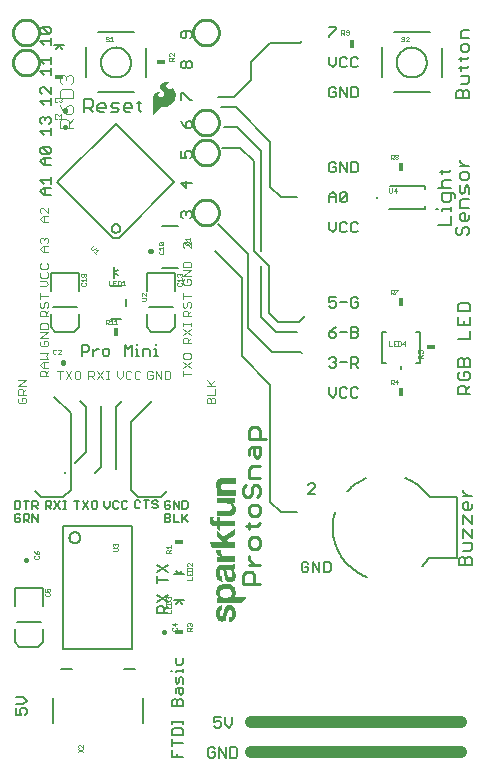
<source format=gbr>
G04 EAGLE Gerber RS-274X export*
G75*
%MOMM*%
%FSLAX34Y34*%
%LPD*%
%INSilkscreen Top*%
%IPPOS*%
%AMOC8*
5,1,8,0,0,1.08239X$1,22.5*%
G01*
%ADD10C,0.203200*%
%ADD11C,1.016000*%
%ADD12C,0.254000*%
%ADD13C,0.152400*%
%ADD14C,0.127000*%
%ADD15C,0.101600*%
%ADD16C,0.279400*%
%ADD17C,0.406400*%
%ADD18C,0.025400*%
%ADD19R,0.406400X0.711200*%
%ADD20R,0.711200X0.406400*%
%ADD21R,0.457200X0.762000*%

G36*
X120660Y552351D02*
X120660Y552351D01*
X120664Y552349D01*
X120734Y552385D01*
X120744Y552390D01*
X120745Y552391D01*
X125617Y557873D01*
X126471Y558655D01*
X127461Y559244D01*
X127812Y559371D01*
X128180Y559436D01*
X130455Y559436D01*
X130460Y559438D01*
X130466Y559436D01*
X131830Y559560D01*
X131840Y559566D01*
X131852Y559564D01*
X133171Y559932D01*
X133179Y559940D01*
X133192Y559941D01*
X134422Y560541D01*
X134429Y560548D01*
X134440Y560551D01*
X135597Y561368D01*
X135602Y561376D01*
X135611Y561379D01*
X136642Y562351D01*
X136645Y562359D01*
X136651Y562361D01*
X136652Y562363D01*
X136654Y562364D01*
X137539Y563471D01*
X137541Y563481D01*
X137550Y563488D01*
X138497Y565169D01*
X138498Y565180D01*
X138506Y565190D01*
X139134Y567014D01*
X139133Y567025D01*
X139140Y567036D01*
X139428Y568943D01*
X139425Y568954D01*
X139430Y568966D01*
X139428Y569018D01*
X139420Y569270D01*
X139416Y569396D01*
X139416Y569397D01*
X139408Y569649D01*
X139400Y569902D01*
X139396Y570028D01*
X139388Y570280D01*
X139377Y570659D01*
X139369Y570894D01*
X139365Y570903D01*
X139367Y570915D01*
X139160Y571954D01*
X139155Y571962D01*
X139155Y571973D01*
X138797Y572970D01*
X138791Y572977D01*
X138790Y572988D01*
X138288Y573922D01*
X138279Y573929D01*
X138276Y573941D01*
X137369Y575078D01*
X137358Y575084D01*
X137351Y575097D01*
X136225Y576018D01*
X136182Y576030D01*
X136141Y576046D01*
X136136Y576044D01*
X136130Y576045D01*
X136092Y576024D01*
X136052Y576005D01*
X136049Y575999D01*
X136045Y575997D01*
X136037Y575968D01*
X136019Y575920D01*
X136019Y575040D01*
X136003Y574920D01*
X135959Y574817D01*
X135685Y574477D01*
X135324Y574229D01*
X135150Y574164D01*
X134612Y574106D01*
X134082Y574204D01*
X133594Y574453D01*
X132692Y575104D01*
X132280Y575458D01*
X131929Y575868D01*
X131646Y576326D01*
X131440Y576820D01*
X131381Y577120D01*
X131393Y577423D01*
X131550Y577942D01*
X131836Y578402D01*
X132231Y578772D01*
X132712Y579027D01*
X133202Y579166D01*
X133713Y579223D01*
X134316Y579223D01*
X134317Y579223D01*
X134339Y579232D01*
X134407Y579261D01*
X134442Y579353D01*
X134438Y579362D01*
X134404Y579438D01*
X134402Y579441D01*
X134401Y579442D01*
X134400Y579443D01*
X134379Y579463D01*
X134372Y579466D01*
X134368Y579474D01*
X133933Y579812D01*
X133918Y579816D01*
X133906Y579828D01*
X133402Y580049D01*
X133401Y580049D01*
X133045Y580201D01*
X132817Y580302D01*
X132807Y580303D01*
X132797Y580309D01*
X131919Y580529D01*
X131910Y580528D01*
X131900Y580532D01*
X131000Y580618D01*
X130990Y580614D01*
X130978Y580618D01*
X130110Y580552D01*
X130099Y580546D01*
X130086Y580547D01*
X129246Y580316D01*
X129236Y580308D01*
X129223Y580307D01*
X128443Y579919D01*
X128436Y579911D01*
X128425Y579908D01*
X127648Y579348D01*
X127644Y579341D01*
X127635Y579337D01*
X126939Y578679D01*
X126934Y578668D01*
X126923Y578660D01*
X126492Y578057D01*
X126489Y578042D01*
X126477Y578029D01*
X126210Y577337D01*
X126210Y577321D01*
X126202Y577306D01*
X126115Y576569D01*
X126120Y576554D01*
X126116Y576537D01*
X126215Y575802D01*
X126223Y575789D01*
X126223Y575772D01*
X126503Y575084D01*
X126512Y575075D01*
X126515Y575061D01*
X127702Y573303D01*
X127710Y573298D01*
X127714Y573287D01*
X129167Y571746D01*
X129537Y571311D01*
X129777Y570808D01*
X129879Y570260D01*
X129836Y569704D01*
X129650Y569179D01*
X129335Y568719D01*
X128910Y568354D01*
X128367Y568061D01*
X127781Y567863D01*
X127171Y567766D01*
X126460Y567801D01*
X125782Y568008D01*
X125176Y568373D01*
X124863Y568701D01*
X124657Y569105D01*
X124564Y569521D01*
X124564Y569949D01*
X124657Y570364D01*
X124729Y570502D01*
X124847Y570616D01*
X125671Y571215D01*
X125804Y571286D01*
X125942Y571314D01*
X126100Y571298D01*
X126143Y571312D01*
X126188Y571323D01*
X126190Y571327D01*
X126194Y571328D01*
X126214Y571369D01*
X126237Y571408D01*
X126236Y571412D01*
X126238Y571416D01*
X126223Y571459D01*
X126210Y571503D01*
X126207Y571505D01*
X126206Y571509D01*
X126168Y571528D01*
X126132Y571549D01*
X125649Y571625D01*
X125644Y571624D01*
X125639Y571626D01*
X124699Y571699D01*
X124690Y571696D01*
X124679Y571699D01*
X123739Y571626D01*
X123729Y571621D01*
X123717Y571622D01*
X123018Y571438D01*
X123008Y571430D01*
X122994Y571429D01*
X122346Y571108D01*
X122338Y571099D01*
X122324Y571095D01*
X121754Y570650D01*
X121748Y570639D01*
X121736Y570633D01*
X121266Y570083D01*
X121262Y570071D01*
X121251Y570062D01*
X120850Y569330D01*
X120849Y569317D01*
X120840Y569306D01*
X120600Y568507D01*
X120601Y568494D01*
X120595Y568481D01*
X120525Y567650D01*
X120527Y567644D01*
X120525Y567639D01*
X120525Y552475D01*
X120527Y552470D01*
X120525Y552466D01*
X120546Y552426D01*
X120563Y552384D01*
X120568Y552383D01*
X120570Y552378D01*
X120613Y552365D01*
X120655Y552349D01*
X120660Y552351D01*
G37*
G36*
X195484Y139627D02*
X195484Y139627D01*
X195491Y139625D01*
X195548Y139654D01*
X195569Y139663D01*
X195570Y139665D01*
X195572Y139666D01*
X199306Y143806D01*
X199321Y143851D01*
X199338Y143895D01*
X199337Y143897D01*
X199338Y143900D01*
X199317Y143942D01*
X199297Y143984D01*
X199295Y143985D01*
X199294Y143987D01*
X199272Y143994D01*
X199212Y144017D01*
X188108Y144017D01*
X188110Y144018D01*
X188826Y144538D01*
X188833Y144549D01*
X188846Y144556D01*
X189436Y145216D01*
X189440Y145228D01*
X189451Y145238D01*
X189888Y146007D01*
X189890Y146020D01*
X189899Y146032D01*
X190163Y146876D01*
X190162Y146887D01*
X190168Y146898D01*
X190323Y148115D01*
X190321Y148124D01*
X190324Y148133D01*
X190307Y149360D01*
X190304Y149368D01*
X190306Y149378D01*
X190117Y150590D01*
X190112Y150599D01*
X190112Y150610D01*
X189818Y151529D01*
X189811Y151537D01*
X189809Y151549D01*
X189363Y152405D01*
X189355Y152411D01*
X189352Y152423D01*
X188767Y153191D01*
X188758Y153196D01*
X188753Y153207D01*
X188046Y153864D01*
X188036Y153868D01*
X188029Y153878D01*
X186844Y154650D01*
X186834Y154652D01*
X186825Y154660D01*
X185525Y155216D01*
X185514Y155216D01*
X185504Y155223D01*
X184128Y155546D01*
X184117Y155544D01*
X184106Y155549D01*
X181891Y155667D01*
X181880Y155663D01*
X181868Y155666D01*
X179668Y155383D01*
X179658Y155378D01*
X179646Y155378D01*
X177533Y154704D01*
X177523Y154696D01*
X177510Y154694D01*
X176469Y154115D01*
X176461Y154104D01*
X176447Y154099D01*
X175557Y153307D01*
X175552Y153298D01*
X175542Y153291D01*
X174889Y152467D01*
X174887Y152459D01*
X174880Y152453D01*
X174339Y151551D01*
X174337Y151541D01*
X174329Y151532D01*
X173929Y150508D01*
X173929Y150495D01*
X173922Y150483D01*
X173739Y149398D01*
X173741Y149387D01*
X173737Y149375D01*
X173762Y147394D01*
X173767Y147383D01*
X173765Y147370D01*
X173867Y146888D01*
X173873Y146879D01*
X173873Y146867D01*
X174406Y145546D01*
X174413Y145539D01*
X174414Y145529D01*
X174647Y145135D01*
X174656Y145128D01*
X174661Y145116D01*
X174962Y144773D01*
X174968Y144770D01*
X174971Y144763D01*
X175580Y144203D01*
X175936Y143874D01*
X175937Y143874D01*
X175938Y143873D01*
X176087Y143739D01*
X174170Y143763D01*
X174155Y143757D01*
X174141Y143760D01*
X174112Y143740D01*
X174078Y143726D01*
X174073Y143712D01*
X174060Y143703D01*
X174053Y143662D01*
X174042Y143635D01*
X174046Y143625D01*
X174044Y143614D01*
X174780Y139728D01*
X174802Y139694D01*
X174819Y139658D01*
X174829Y139654D01*
X174835Y139646D01*
X174864Y139640D01*
X174904Y139625D01*
X195478Y139625D01*
X195484Y139627D01*
G37*
G36*
X186008Y157000D02*
X186008Y157000D01*
X186021Y156997D01*
X187065Y157186D01*
X187074Y157192D01*
X187087Y157192D01*
X188080Y157565D01*
X188089Y157573D01*
X188101Y157575D01*
X188584Y157867D01*
X188591Y157876D01*
X188603Y157881D01*
X189023Y158258D01*
X189028Y158269D01*
X189039Y158276D01*
X189381Y158724D01*
X189385Y158737D01*
X189395Y158747D01*
X190001Y160016D01*
X190001Y160029D01*
X190010Y160042D01*
X190318Y161414D01*
X190316Y161426D01*
X190321Y161439D01*
X190359Y163074D01*
X190355Y163084D01*
X190358Y163095D01*
X190117Y164713D01*
X190111Y164722D01*
X190112Y164735D01*
X189760Y165770D01*
X189752Y165779D01*
X189750Y165791D01*
X189210Y166742D01*
X189201Y166750D01*
X189196Y166762D01*
X188493Y167589D01*
X188477Y167613D01*
X188476Y167622D01*
X188478Y167630D01*
X188484Y167637D01*
X188507Y167646D01*
X189536Y167873D01*
X189539Y167875D01*
X189542Y167874D01*
X189822Y167950D01*
X189836Y167961D01*
X189855Y167965D01*
X189891Y167986D01*
X189908Y168010D01*
X189911Y168013D01*
X189921Y168017D01*
X189924Y168025D01*
X189937Y168037D01*
X189956Y168074D01*
X189958Y168104D01*
X189969Y168142D01*
X189966Y168178D01*
X189966Y172212D01*
X189957Y172235D01*
X189957Y172260D01*
X189938Y172278D01*
X189928Y172303D01*
X189905Y172312D01*
X189887Y172329D01*
X189858Y172330D01*
X189836Y172338D01*
X189818Y172330D01*
X189796Y172330D01*
X189597Y172256D01*
X188302Y171907D01*
X186965Y171805D01*
X182627Y171830D01*
X182624Y171829D01*
X182622Y171830D01*
X182579Y171810D01*
X182546Y171797D01*
X182524Y171805D01*
X177698Y171805D01*
X177691Y171802D01*
X177683Y171804D01*
X176947Y171713D01*
X176934Y171706D01*
X176917Y171706D01*
X176226Y171439D01*
X176216Y171428D01*
X176199Y171424D01*
X175594Y170997D01*
X175586Y170984D01*
X175571Y170976D01*
X175088Y170414D01*
X175084Y170401D01*
X175073Y170391D01*
X174379Y169088D01*
X174378Y169076D01*
X174370Y169065D01*
X173945Y167651D01*
X173946Y167641D01*
X173941Y167632D01*
X173711Y165893D01*
X173713Y165885D01*
X173710Y165877D01*
X173702Y164123D01*
X173705Y164116D01*
X173702Y164107D01*
X173916Y162367D01*
X173920Y162359D01*
X173919Y162349D01*
X174253Y161120D01*
X174260Y161112D01*
X174260Y161101D01*
X174789Y159943D01*
X174798Y159935D01*
X174801Y159922D01*
X175375Y159105D01*
X175386Y159098D01*
X175392Y159085D01*
X175432Y159048D01*
X176106Y158417D01*
X176122Y158402D01*
X176134Y158398D01*
X176143Y158386D01*
X176996Y157867D01*
X177009Y157865D01*
X177020Y157855D01*
X177961Y157521D01*
X177974Y157522D01*
X177987Y157515D01*
X178878Y157393D01*
X178880Y157390D01*
X178880Y157389D01*
X178927Y157371D01*
X178972Y157354D01*
X178977Y157356D01*
X179056Y157389D01*
X179082Y157414D01*
X179099Y157454D01*
X179120Y157492D01*
X179118Y157498D01*
X179120Y157505D01*
X179103Y157545D01*
X179094Y157575D01*
X179094Y161722D01*
X179093Y161724D01*
X179094Y161726D01*
X179074Y161769D01*
X179056Y161813D01*
X179054Y161813D01*
X179053Y161815D01*
X178968Y161848D01*
X178926Y161848D01*
X178394Y161911D01*
X177899Y162095D01*
X177461Y162390D01*
X177105Y162780D01*
X176850Y163244D01*
X176685Y163805D01*
X176631Y164392D01*
X176681Y165747D01*
X176742Y166116D01*
X176870Y166462D01*
X177063Y166776D01*
X177297Y167029D01*
X177576Y167228D01*
X177890Y167367D01*
X178411Y167478D01*
X178942Y167478D01*
X179463Y167367D01*
X179560Y167325D01*
X179647Y167265D01*
X179908Y166981D01*
X180154Y166553D01*
X180319Y166084D01*
X180545Y164778D01*
X180773Y162572D01*
X180776Y162568D01*
X180775Y162563D01*
X181053Y161026D01*
X181057Y161018D01*
X181057Y161009D01*
X181541Y159524D01*
X181548Y159516D01*
X181549Y159504D01*
X181915Y158808D01*
X181925Y158800D01*
X181929Y158787D01*
X182427Y158177D01*
X182435Y158173D01*
X182439Y158164D01*
X182443Y158163D01*
X182445Y158159D01*
X183054Y157661D01*
X183065Y157658D01*
X183068Y157657D01*
X183078Y157646D01*
X183940Y157217D01*
X183955Y157216D01*
X183969Y157207D01*
X184910Y157001D01*
X184923Y157003D01*
X184937Y156998D01*
X185998Y156995D01*
X186008Y157000D01*
G37*
G36*
X189919Y186133D02*
X189919Y186133D01*
X189922Y186132D01*
X190005Y186169D01*
X190056Y186220D01*
X190058Y186223D01*
X190060Y186224D01*
X190093Y186309D01*
X190093Y190449D01*
X190092Y190451D01*
X190093Y190453D01*
X190073Y190496D01*
X190055Y190540D01*
X190053Y190540D01*
X190052Y190542D01*
X189967Y190575D01*
X184559Y190575D01*
X182952Y192230D01*
X189930Y196463D01*
X189941Y196478D01*
X189958Y196486D01*
X189971Y196520D01*
X189988Y196543D01*
X189986Y196556D01*
X189991Y196570D01*
X190016Y201650D01*
X190001Y201686D01*
X189993Y201724D01*
X189983Y201730D01*
X189978Y201741D01*
X189942Y201756D01*
X189909Y201776D01*
X189897Y201773D01*
X189887Y201777D01*
X189859Y201765D01*
X189820Y201756D01*
X179925Y195159D01*
X174359Y200850D01*
X174358Y200851D01*
X174357Y200853D01*
X174312Y200870D01*
X174268Y200888D01*
X174267Y200888D01*
X174265Y200888D01*
X174222Y200868D01*
X174178Y200849D01*
X174177Y200848D01*
X174176Y200847D01*
X174143Y200762D01*
X174143Y196088D01*
X174144Y196085D01*
X174143Y196082D01*
X174180Y195999D01*
X179654Y190524D01*
X168224Y190524D01*
X168192Y190511D01*
X168158Y190506D01*
X168148Y190492D01*
X168133Y190486D01*
X168121Y190454D01*
X168101Y190425D01*
X168103Y190408D01*
X168098Y190394D01*
X168109Y190369D01*
X168114Y190335D01*
X170476Y186195D01*
X170493Y186183D01*
X170501Y186165D01*
X170533Y186152D01*
X170555Y186136D01*
X170570Y186138D01*
X170586Y186132D01*
X189916Y186132D01*
X189919Y186133D01*
G37*
G36*
X184993Y213033D02*
X184993Y213033D01*
X185000Y213031D01*
X186099Y213132D01*
X186109Y213138D01*
X186122Y213136D01*
X187185Y213436D01*
X187194Y213443D01*
X187207Y213444D01*
X188197Y213932D01*
X188205Y213941D01*
X188217Y213945D01*
X189102Y214605D01*
X189109Y214615D01*
X189121Y214622D01*
X189349Y214876D01*
X189353Y214888D01*
X189364Y214896D01*
X189890Y215798D01*
X189892Y215810D01*
X189900Y215820D01*
X190243Y216806D01*
X190242Y216818D01*
X190249Y216830D01*
X190396Y217863D01*
X190393Y217873D01*
X190397Y217884D01*
X190396Y217958D01*
X190396Y217959D01*
X190393Y218085D01*
X190391Y218211D01*
X190388Y218337D01*
X190385Y218463D01*
X190385Y218464D01*
X190383Y218590D01*
X190367Y219378D01*
X190364Y219385D01*
X190366Y219394D01*
X190142Y220872D01*
X190137Y220880D01*
X190138Y220890D01*
X190057Y221152D01*
X190051Y221160D01*
X190050Y221172D01*
X189927Y221417D01*
X189920Y221424D01*
X189917Y221434D01*
X189258Y222364D01*
X189250Y222369D01*
X189247Y222378D01*
X188462Y223205D01*
X188454Y223208D01*
X188449Y223217D01*
X187808Y223724D01*
X189865Y223724D01*
X189867Y223725D01*
X189869Y223724D01*
X189912Y223744D01*
X189956Y223762D01*
X189956Y223764D01*
X189958Y223765D01*
X189991Y223850D01*
X189991Y227863D01*
X189990Y227865D01*
X189991Y227867D01*
X189971Y227910D01*
X189953Y227954D01*
X189951Y227954D01*
X189950Y227956D01*
X189865Y227989D01*
X174244Y227989D01*
X174242Y227988D01*
X174240Y227989D01*
X174197Y227969D01*
X174153Y227951D01*
X174153Y227949D01*
X174151Y227948D01*
X174118Y227863D01*
X174118Y223647D01*
X174119Y223645D01*
X174118Y223643D01*
X174138Y223600D01*
X174156Y223556D01*
X174158Y223556D01*
X174159Y223554D01*
X174244Y223521D01*
X182546Y223521D01*
X183776Y223445D01*
X184980Y223220D01*
X185530Y223011D01*
X186015Y222684D01*
X186412Y222253D01*
X186700Y221743D01*
X186912Y221052D01*
X186979Y220331D01*
X186899Y219612D01*
X186676Y218923D01*
X186451Y218528D01*
X186150Y218187D01*
X185788Y217915D01*
X185020Y217572D01*
X184190Y217423D01*
X174193Y217423D01*
X174191Y217422D01*
X174189Y217423D01*
X174146Y217403D01*
X174102Y217385D01*
X174102Y217383D01*
X174100Y217382D01*
X174067Y217297D01*
X174067Y213157D01*
X174068Y213155D01*
X174067Y213153D01*
X174087Y213110D01*
X174105Y213066D01*
X174107Y213066D01*
X174108Y213064D01*
X174193Y213031D01*
X184988Y213031D01*
X184993Y213033D01*
G37*
G36*
X189943Y230228D02*
X189943Y230228D01*
X189945Y230227D01*
X189988Y230247D01*
X190032Y230265D01*
X190032Y230267D01*
X190034Y230268D01*
X190067Y230353D01*
X190067Y234569D01*
X190066Y234571D01*
X190067Y234573D01*
X190047Y234616D01*
X190029Y234660D01*
X190027Y234660D01*
X190026Y234662D01*
X189941Y234695D01*
X180575Y234695D01*
X179792Y234776D01*
X179042Y234992D01*
X178363Y235355D01*
X177794Y235872D01*
X177480Y236329D01*
X177276Y236845D01*
X177189Y237401D01*
X177139Y238506D01*
X177156Y238822D01*
X177233Y239122D01*
X177450Y239557D01*
X177759Y239931D01*
X178146Y240227D01*
X178788Y240537D01*
X179476Y240728D01*
X180194Y240793D01*
X189840Y240793D01*
X189842Y240794D01*
X189844Y240793D01*
X189887Y240813D01*
X189931Y240831D01*
X189931Y240833D01*
X189933Y240834D01*
X189966Y240919D01*
X189966Y245008D01*
X189965Y245010D01*
X189966Y245012D01*
X189946Y245055D01*
X189928Y245099D01*
X189926Y245099D01*
X189925Y245101D01*
X189840Y245134D01*
X179299Y245134D01*
X179294Y245132D01*
X179289Y245134D01*
X178160Y245044D01*
X178152Y245040D01*
X178143Y245041D01*
X177036Y244801D01*
X177028Y244796D01*
X177018Y244796D01*
X176313Y244527D01*
X176305Y244519D01*
X176293Y244517D01*
X175644Y244133D01*
X175638Y244124D01*
X175626Y244120D01*
X175051Y243631D01*
X175046Y243620D01*
X175034Y243613D01*
X174416Y242828D01*
X174413Y242815D01*
X174401Y242804D01*
X173979Y241899D01*
X173978Y241885D01*
X173970Y241871D01*
X173764Y240894D01*
X173767Y240883D01*
X173762Y240871D01*
X173712Y238865D01*
X173716Y238855D01*
X173713Y238844D01*
X173868Y237792D01*
X173875Y237781D01*
X173875Y237767D01*
X174244Y236770D01*
X174253Y236760D01*
X174256Y236746D01*
X174823Y235848D01*
X174832Y235841D01*
X174836Y235830D01*
X175252Y235369D01*
X175260Y235366D01*
X175264Y235358D01*
X175737Y234956D01*
X175742Y234954D01*
X175744Y234950D01*
X176122Y234673D01*
X176258Y234559D01*
X176287Y234517D01*
X174219Y234517D01*
X174217Y234516D01*
X174215Y234517D01*
X174172Y234497D01*
X174128Y234479D01*
X174128Y234477D01*
X174126Y234476D01*
X174093Y234391D01*
X174093Y230353D01*
X174094Y230351D01*
X174093Y230349D01*
X174113Y230306D01*
X174131Y230262D01*
X174133Y230262D01*
X174134Y230260D01*
X174219Y230227D01*
X189941Y230227D01*
X189943Y230228D01*
G37*
G36*
X184918Y123192D02*
X184918Y123192D01*
X184921Y123191D01*
X185277Y123216D01*
X185283Y123219D01*
X185290Y123218D01*
X185874Y123320D01*
X185882Y123325D01*
X185893Y123324D01*
X187163Y123756D01*
X187170Y123763D01*
X187180Y123764D01*
X187776Y124073D01*
X187783Y124083D01*
X187796Y124087D01*
X188320Y124507D01*
X188325Y124518D01*
X188337Y124524D01*
X188768Y125039D01*
X188770Y125047D01*
X188777Y125052D01*
X189539Y126246D01*
X189541Y126254D01*
X189548Y126261D01*
X189945Y127118D01*
X189946Y127131D01*
X189954Y127143D01*
X190166Y128064D01*
X190164Y128073D01*
X190169Y128083D01*
X190347Y130649D01*
X190345Y130656D01*
X190347Y130662D01*
X190343Y130770D01*
X190339Y130896D01*
X190334Y131022D01*
X190330Y131148D01*
X190330Y131149D01*
X190326Y131275D01*
X190321Y131401D01*
X190317Y131527D01*
X190312Y131653D01*
X190312Y131654D01*
X190308Y131780D01*
X190303Y131906D01*
X190300Y131989D01*
X190298Y131995D01*
X190299Y132002D01*
X190117Y133316D01*
X190113Y133324D01*
X190114Y133333D01*
X189831Y134333D01*
X189824Y134342D01*
X189823Y134354D01*
X189372Y135289D01*
X189364Y135296D01*
X189361Y135308D01*
X188755Y136152D01*
X188746Y136157D01*
X188744Y136162D01*
X188743Y136162D01*
X188740Y136168D01*
X187997Y136894D01*
X187987Y136898D01*
X187979Y136909D01*
X187415Y137288D01*
X187404Y137290D01*
X187394Y137299D01*
X186769Y137565D01*
X186757Y137565D01*
X186746Y137573D01*
X186082Y137715D01*
X186073Y137714D01*
X186064Y137718D01*
X185023Y137794D01*
X185014Y137791D01*
X185003Y137794D01*
X183948Y137700D01*
X183935Y137693D01*
X183919Y137693D01*
X182916Y137356D01*
X182905Y137347D01*
X182890Y137344D01*
X182478Y137092D01*
X182471Y137082D01*
X182457Y137076D01*
X182107Y136744D01*
X182103Y136733D01*
X182092Y136727D01*
X181584Y136035D01*
X181582Y136027D01*
X181574Y136020D01*
X181169Y135264D01*
X181168Y135255D01*
X181162Y135248D01*
X180552Y133592D01*
X180552Y133584D01*
X180547Y133576D01*
X180166Y131853D01*
X180166Y131852D01*
X180165Y131851D01*
X179761Y129828D01*
X179489Y129076D01*
X179073Y128401D01*
X178780Y128118D01*
X178419Y127934D01*
X178050Y127869D01*
X177678Y127917D01*
X177336Y128072D01*
X177068Y128305D01*
X176873Y128606D01*
X176716Y129030D01*
X176631Y129479D01*
X176587Y130328D01*
X176631Y131175D01*
X176729Y131671D01*
X176918Y132138D01*
X177189Y132561D01*
X177453Y132836D01*
X177766Y133054D01*
X178118Y133204D01*
X178361Y133259D01*
X178621Y133275D01*
X178663Y133296D01*
X178706Y133316D01*
X178707Y133318D01*
X178709Y133319D01*
X178715Y133338D01*
X178739Y133401D01*
X178739Y137287D01*
X178736Y137296D01*
X178738Y137304D01*
X178717Y137340D01*
X178701Y137378D01*
X178692Y137381D01*
X178687Y137389D01*
X178636Y137403D01*
X178609Y137413D01*
X178605Y137411D01*
X178600Y137413D01*
X177889Y137337D01*
X177879Y137331D01*
X177868Y137333D01*
X177862Y137328D01*
X177855Y137328D01*
X177842Y137336D01*
X177822Y137331D01*
X177807Y137331D01*
X177804Y137329D01*
X177782Y137330D01*
X177224Y137127D01*
X177220Y137123D01*
X177215Y137123D01*
X176427Y136767D01*
X176421Y136760D01*
X176410Y136758D01*
X175968Y136472D01*
X175963Y136464D01*
X175953Y136460D01*
X175558Y136112D01*
X175553Y136102D01*
X175542Y136095D01*
X174785Y135136D01*
X174782Y135123D01*
X174771Y135113D01*
X174233Y134016D01*
X174232Y134004D01*
X174224Y133993D01*
X173856Y132642D01*
X173857Y132632D01*
X173852Y132622D01*
X173712Y131229D01*
X173714Y131223D01*
X173712Y131216D01*
X173712Y129413D01*
X173714Y129407D01*
X173712Y129399D01*
X173867Y127970D01*
X173873Y127960D01*
X173872Y127947D01*
X174283Y126569D01*
X174290Y126560D01*
X174291Y126548D01*
X174945Y125267D01*
X174954Y125259D01*
X174957Y125247D01*
X175327Y124771D01*
X175337Y124765D01*
X175343Y124753D01*
X175798Y124359D01*
X175809Y124355D01*
X175818Y124344D01*
X176340Y124045D01*
X176353Y124044D01*
X176363Y124035D01*
X177447Y123677D01*
X177459Y123678D01*
X177472Y123672D01*
X178606Y123543D01*
X178618Y123546D01*
X178632Y123543D01*
X179768Y123648D01*
X179779Y123654D01*
X179793Y123653D01*
X180282Y123805D01*
X180292Y123813D01*
X180306Y123815D01*
X180753Y124064D01*
X180761Y124075D01*
X180775Y124079D01*
X181160Y124416D01*
X181165Y124426D01*
X181176Y124432D01*
X181713Y125109D01*
X181716Y125118D01*
X181724Y125125D01*
X182151Y125876D01*
X182152Y125885D01*
X182159Y125893D01*
X182465Y126701D01*
X182465Y126709D01*
X182470Y126717D01*
X183333Y130348D01*
X183639Y131522D01*
X184109Y132629D01*
X184340Y132965D01*
X184644Y133231D01*
X185006Y133411D01*
X185401Y133496D01*
X185805Y133479D01*
X186190Y133362D01*
X186535Y133154D01*
X186819Y132866D01*
X187131Y132353D01*
X187328Y131786D01*
X187402Y131183D01*
X187402Y129853D01*
X187329Y129291D01*
X187112Y128704D01*
X186775Y128177D01*
X186332Y127735D01*
X185918Y127480D01*
X185456Y127333D01*
X184959Y127304D01*
X184912Y127304D01*
X184910Y127303D01*
X184908Y127304D01*
X184865Y127284D01*
X184821Y127266D01*
X184821Y127264D01*
X184819Y127263D01*
X184786Y127178D01*
X184786Y123317D01*
X184788Y123311D01*
X184786Y123304D01*
X184793Y123292D01*
X184792Y123278D01*
X184793Y123276D01*
X184793Y123275D01*
X184813Y123253D01*
X184824Y123226D01*
X184831Y123224D01*
X184834Y123218D01*
X184848Y123213D01*
X184857Y123203D01*
X184858Y123203D01*
X184860Y123202D01*
X184887Y123201D01*
X184894Y123199D01*
X184916Y123191D01*
X184918Y123192D01*
G37*
G36*
X176959Y200427D02*
X176959Y200427D01*
X177003Y200447D01*
X177004Y200448D01*
X177037Y200532D01*
X177061Y204395D01*
X189941Y204395D01*
X189943Y204396D01*
X189945Y204395D01*
X189988Y204415D01*
X190032Y204433D01*
X190032Y204435D01*
X190034Y204436D01*
X190067Y204521D01*
X190067Y208686D01*
X190066Y208688D01*
X190067Y208690D01*
X190047Y208733D01*
X190029Y208777D01*
X190027Y208777D01*
X190026Y208779D01*
X189941Y208812D01*
X177037Y208812D01*
X177037Y211684D01*
X177036Y211686D01*
X177037Y211688D01*
X177017Y211731D01*
X176999Y211775D01*
X176997Y211775D01*
X176996Y211777D01*
X176911Y211810D01*
X174244Y211810D01*
X174242Y211809D01*
X174240Y211810D01*
X174197Y211790D01*
X174153Y211772D01*
X174153Y211770D01*
X174151Y211769D01*
X174118Y211684D01*
X174118Y208838D01*
X172856Y208838D01*
X172394Y208901D01*
X171971Y209076D01*
X171739Y209258D01*
X171569Y209498D01*
X171472Y209780D01*
X171389Y210680D01*
X171474Y211595D01*
X171500Y211875D01*
X171498Y211881D01*
X171500Y211887D01*
X171500Y211963D01*
X171499Y211965D01*
X171500Y211967D01*
X171480Y212010D01*
X171462Y212054D01*
X171460Y212054D01*
X171459Y212056D01*
X171374Y212089D01*
X168351Y212089D01*
X168349Y212088D01*
X168347Y212089D01*
X168304Y212069D01*
X168260Y212051D01*
X168260Y212049D01*
X168258Y212048D01*
X168225Y211963D01*
X168225Y211941D01*
X168149Y210624D01*
X168150Y210621D01*
X168149Y210617D01*
X168149Y209067D01*
X168153Y209057D01*
X168151Y209046D01*
X168325Y208033D01*
X168332Y208023D01*
X168332Y208009D01*
X168701Y207051D01*
X168709Y207042D01*
X168712Y207029D01*
X169262Y206161D01*
X169272Y206154D01*
X169277Y206142D01*
X169987Y205399D01*
X169998Y205394D01*
X170005Y205383D01*
X170482Y205043D01*
X170493Y205041D01*
X170502Y205032D01*
X171033Y204783D01*
X171044Y204783D01*
X171054Y204775D01*
X171621Y204627D01*
X171632Y204628D01*
X171643Y204623D01*
X173777Y204446D01*
X173778Y204447D01*
X173784Y204447D01*
X173787Y204446D01*
X174118Y204446D01*
X174118Y203200D01*
X174119Y203197D01*
X174118Y203194D01*
X174155Y203111D01*
X176822Y200444D01*
X176822Y200443D01*
X176823Y200443D01*
X176868Y200425D01*
X176913Y200407D01*
X176914Y200407D01*
X176959Y200427D01*
G37*
G36*
X189842Y174271D02*
X189842Y174271D01*
X189844Y174270D01*
X189887Y174290D01*
X189931Y174308D01*
X189931Y174310D01*
X189933Y174311D01*
X189966Y174396D01*
X189966Y178562D01*
X189965Y178564D01*
X189966Y178566D01*
X189946Y178609D01*
X189928Y178653D01*
X189926Y178653D01*
X189925Y178655D01*
X189840Y178688D01*
X182021Y178688D01*
X181175Y178761D01*
X180356Y178961D01*
X179563Y179322D01*
X178871Y179847D01*
X178311Y180514D01*
X178047Y180993D01*
X177866Y181511D01*
X177774Y182053D01*
X177774Y183578D01*
X177899Y184175D01*
X177898Y184178D01*
X177900Y184181D01*
X177925Y184333D01*
X177922Y184342D01*
X177926Y184353D01*
X177926Y184379D01*
X177925Y184381D01*
X177926Y184383D01*
X177906Y184426D01*
X177888Y184470D01*
X177886Y184470D01*
X177885Y184472D01*
X177800Y184505D01*
X173939Y184505D01*
X173895Y184487D01*
X173850Y184469D01*
X173850Y184467D01*
X173848Y184467D01*
X173842Y184450D01*
X173813Y184386D01*
X173737Y183014D01*
X173741Y183004D01*
X173738Y182992D01*
X173822Y182291D01*
X173828Y182281D01*
X173827Y182267D01*
X174050Y181597D01*
X174059Y181588D01*
X174061Y181574D01*
X174414Y180963D01*
X174417Y180961D01*
X174418Y180957D01*
X175003Y180068D01*
X175006Y180065D01*
X175008Y180060D01*
X175310Y179666D01*
X175322Y179659D01*
X175330Y179645D01*
X175713Y179329D01*
X175719Y179327D01*
X175724Y179321D01*
X176766Y178635D01*
X177034Y178456D01*
X177049Y178409D01*
X174269Y178409D01*
X174256Y178404D01*
X174243Y178407D01*
X174213Y178385D01*
X174178Y178371D01*
X174173Y178358D01*
X174162Y178350D01*
X174154Y178307D01*
X174143Y178279D01*
X174147Y178271D01*
X174145Y178261D01*
X174831Y174400D01*
X174853Y174366D01*
X174870Y174329D01*
X174879Y174325D01*
X174884Y174317D01*
X174914Y174312D01*
X174955Y174296D01*
X189840Y174270D01*
X189842Y174271D01*
G37*
%LPC*%
G36*
X179965Y143949D02*
X179965Y143949D01*
X179191Y144216D01*
X178484Y144629D01*
X177804Y145227D01*
X177248Y145939D01*
X177086Y146277D01*
X177012Y146649D01*
X176962Y147724D01*
X177007Y148291D01*
X177163Y148833D01*
X177423Y149333D01*
X178053Y150092D01*
X178839Y150689D01*
X179738Y151092D01*
X180708Y151283D01*
X182679Y151286D01*
X184626Y150982D01*
X185387Y150693D01*
X186045Y150221D01*
X186561Y149595D01*
X186899Y148856D01*
X187078Y147965D01*
X187072Y147055D01*
X186920Y146333D01*
X186630Y145655D01*
X186267Y145146D01*
X185798Y144734D01*
X185234Y144435D01*
X185230Y144429D01*
X185223Y144428D01*
X185147Y144377D01*
X185146Y144376D01*
X185145Y144376D01*
X185085Y144334D01*
X185026Y144322D01*
X184988Y144322D01*
X184987Y144322D01*
X184986Y144322D01*
X184942Y144303D01*
X184897Y144284D01*
X184897Y144283D01*
X184896Y144282D01*
X184879Y144237D01*
X184871Y144215D01*
X184866Y144215D01*
X184831Y144224D01*
X184794Y144219D01*
X184784Y144213D01*
X184770Y144214D01*
X184095Y143989D01*
X183326Y143865D01*
X180780Y143839D01*
X179965Y143949D01*
G37*
%LPD*%
%LPC*%
G36*
X184777Y161436D02*
X184777Y161436D01*
X184235Y161656D01*
X183937Y161860D01*
X183693Y162128D01*
X183409Y162602D01*
X183212Y163120D01*
X183107Y163670D01*
X182955Y165113D01*
X182953Y165117D01*
X182953Y165121D01*
X182784Y166113D01*
X182780Y166119D01*
X182781Y166128D01*
X182493Y167092D01*
X182486Y167101D01*
X182484Y167114D01*
X182377Y167321D01*
X182365Y167331D01*
X182359Y167347D01*
X182232Y167489D01*
X182524Y167489D01*
X182526Y167490D01*
X182528Y167489D01*
X182571Y167509D01*
X182573Y167509D01*
X182626Y167489D01*
X183460Y167489D01*
X184549Y167419D01*
X185619Y167212D01*
X185784Y167165D01*
X186033Y167058D01*
X186252Y166908D01*
X186971Y166164D01*
X187156Y165873D01*
X187278Y165551D01*
X187427Y164509D01*
X187377Y162981D01*
X187280Y162520D01*
X187077Y162099D01*
X186780Y161737D01*
X186530Y161546D01*
X186245Y161411D01*
X185937Y161340D01*
X185353Y161329D01*
X184777Y161436D01*
G37*
%LPD*%
D10*
X242570Y368300D02*
X224790Y368300D01*
X223520Y369570D01*
X245110Y351790D02*
X246380Y350520D01*
X245110Y351790D02*
X220980Y351790D01*
X200660Y372110D01*
X243840Y377190D02*
X248920Y382270D01*
X243840Y377190D02*
X226060Y377190D01*
X218440Y384810D01*
X218440Y424180D01*
X205740Y436880D01*
X212090Y381000D02*
X223520Y369570D01*
X228600Y482600D02*
X242570Y482600D01*
X228600Y482600D02*
X219710Y491490D01*
X219710Y529590D01*
X190500Y558800D01*
D11*
X203200Y38100D02*
X381000Y38100D01*
X381000Y12700D02*
X203200Y12700D01*
D10*
X205740Y436880D02*
X205740Y513080D01*
X76200Y254000D02*
X71120Y248920D01*
X50800Y299720D02*
X36830Y313690D01*
X63500Y304800D02*
X63500Y266700D01*
X63500Y304800D02*
X58420Y309880D01*
X76200Y306070D02*
X76200Y254000D01*
X88900Y252730D02*
X88900Y304800D01*
X93980Y309880D01*
X101600Y292100D02*
X119380Y309880D01*
X195580Y347980D02*
X219710Y323850D01*
X219710Y224790D01*
X228600Y215900D01*
X242570Y215900D01*
X212090Y521970D02*
X191770Y542290D01*
X180340Y542290D01*
X177800Y558800D02*
X190500Y558800D01*
X101600Y292100D02*
X101600Y234950D01*
X107950Y228600D01*
X127000Y228600D01*
X132080Y233680D01*
X25400Y228600D02*
X20320Y233680D01*
X25400Y228600D02*
X44450Y228600D01*
X50800Y234950D01*
X212090Y381000D02*
X212090Y424180D01*
X212090Y436880D02*
X212090Y521970D01*
X50800Y299720D02*
X50800Y234950D01*
X45720Y248920D02*
X46990Y250190D01*
X54610Y257810D02*
X63500Y266700D01*
X195580Y414020D02*
X172720Y436880D01*
X195580Y414020D02*
X195580Y347980D01*
X200660Y372110D02*
X200660Y434340D01*
X175260Y459740D01*
X179070Y524510D02*
X194310Y524510D01*
X205740Y513080D01*
X189230Y567690D02*
X175260Y567690D01*
X189230Y567690D02*
X203200Y581660D01*
X203200Y596900D01*
X219710Y613410D01*
X245110Y613410D01*
X246380Y614680D01*
D12*
X154178Y546100D02*
X154181Y546368D01*
X154191Y546636D01*
X154208Y546903D01*
X154231Y547171D01*
X154260Y547437D01*
X154296Y547703D01*
X154339Y547967D01*
X154388Y548231D01*
X154443Y548493D01*
X154505Y548754D01*
X154574Y549013D01*
X154648Y549270D01*
X154729Y549526D01*
X154816Y549780D01*
X154910Y550031D01*
X155009Y550280D01*
X155115Y550526D01*
X155227Y550770D01*
X155344Y551011D01*
X155468Y551249D01*
X155597Y551483D01*
X155732Y551715D01*
X155873Y551943D01*
X156019Y552168D01*
X156170Y552389D01*
X156327Y552606D01*
X156490Y552820D01*
X156657Y553029D01*
X156830Y553234D01*
X157007Y553435D01*
X157190Y553631D01*
X157377Y553823D01*
X157569Y554010D01*
X157765Y554193D01*
X157966Y554370D01*
X158171Y554543D01*
X158380Y554710D01*
X158594Y554873D01*
X158811Y555030D01*
X159032Y555181D01*
X159257Y555327D01*
X159485Y555468D01*
X159717Y555603D01*
X159951Y555732D01*
X160189Y555856D01*
X160430Y555973D01*
X160674Y556085D01*
X160920Y556191D01*
X161169Y556290D01*
X161420Y556384D01*
X161674Y556471D01*
X161930Y556552D01*
X162187Y556626D01*
X162446Y556695D01*
X162707Y556757D01*
X162969Y556812D01*
X163233Y556861D01*
X163497Y556904D01*
X163763Y556940D01*
X164029Y556969D01*
X164297Y556992D01*
X164564Y557009D01*
X164832Y557019D01*
X165100Y557022D01*
X165368Y557019D01*
X165636Y557009D01*
X165903Y556992D01*
X166171Y556969D01*
X166437Y556940D01*
X166703Y556904D01*
X166967Y556861D01*
X167231Y556812D01*
X167493Y556757D01*
X167754Y556695D01*
X168013Y556626D01*
X168270Y556552D01*
X168526Y556471D01*
X168780Y556384D01*
X169031Y556290D01*
X169280Y556191D01*
X169526Y556085D01*
X169770Y555973D01*
X170011Y555856D01*
X170249Y555732D01*
X170483Y555603D01*
X170715Y555468D01*
X170943Y555327D01*
X171168Y555181D01*
X171389Y555030D01*
X171606Y554873D01*
X171820Y554710D01*
X172029Y554543D01*
X172234Y554370D01*
X172435Y554193D01*
X172631Y554010D01*
X172823Y553823D01*
X173010Y553631D01*
X173193Y553435D01*
X173370Y553234D01*
X173543Y553029D01*
X173710Y552820D01*
X173873Y552606D01*
X174030Y552389D01*
X174181Y552168D01*
X174327Y551943D01*
X174468Y551715D01*
X174603Y551483D01*
X174732Y551249D01*
X174856Y551011D01*
X174973Y550770D01*
X175085Y550526D01*
X175191Y550280D01*
X175290Y550031D01*
X175384Y549780D01*
X175471Y549526D01*
X175552Y549270D01*
X175626Y549013D01*
X175695Y548754D01*
X175757Y548493D01*
X175812Y548231D01*
X175861Y547967D01*
X175904Y547703D01*
X175940Y547437D01*
X175969Y547171D01*
X175992Y546903D01*
X176009Y546636D01*
X176019Y546368D01*
X176022Y546100D01*
X176019Y545832D01*
X176009Y545564D01*
X175992Y545297D01*
X175969Y545029D01*
X175940Y544763D01*
X175904Y544497D01*
X175861Y544233D01*
X175812Y543969D01*
X175757Y543707D01*
X175695Y543446D01*
X175626Y543187D01*
X175552Y542930D01*
X175471Y542674D01*
X175384Y542420D01*
X175290Y542169D01*
X175191Y541920D01*
X175085Y541674D01*
X174973Y541430D01*
X174856Y541189D01*
X174732Y540951D01*
X174603Y540717D01*
X174468Y540485D01*
X174327Y540257D01*
X174181Y540032D01*
X174030Y539811D01*
X173873Y539594D01*
X173710Y539380D01*
X173543Y539171D01*
X173370Y538966D01*
X173193Y538765D01*
X173010Y538569D01*
X172823Y538377D01*
X172631Y538190D01*
X172435Y538007D01*
X172234Y537830D01*
X172029Y537657D01*
X171820Y537490D01*
X171606Y537327D01*
X171389Y537170D01*
X171168Y537019D01*
X170943Y536873D01*
X170715Y536732D01*
X170483Y536597D01*
X170249Y536468D01*
X170011Y536344D01*
X169770Y536227D01*
X169526Y536115D01*
X169280Y536009D01*
X169031Y535910D01*
X168780Y535816D01*
X168526Y535729D01*
X168270Y535648D01*
X168013Y535574D01*
X167754Y535505D01*
X167493Y535443D01*
X167231Y535388D01*
X166967Y535339D01*
X166703Y535296D01*
X166437Y535260D01*
X166171Y535231D01*
X165903Y535208D01*
X165636Y535191D01*
X165368Y535181D01*
X165100Y535178D01*
X164832Y535181D01*
X164564Y535191D01*
X164297Y535208D01*
X164029Y535231D01*
X163763Y535260D01*
X163497Y535296D01*
X163233Y535339D01*
X162969Y535388D01*
X162707Y535443D01*
X162446Y535505D01*
X162187Y535574D01*
X161930Y535648D01*
X161674Y535729D01*
X161420Y535816D01*
X161169Y535910D01*
X160920Y536009D01*
X160674Y536115D01*
X160430Y536227D01*
X160189Y536344D01*
X159951Y536468D01*
X159717Y536597D01*
X159485Y536732D01*
X159257Y536873D01*
X159032Y537019D01*
X158811Y537170D01*
X158594Y537327D01*
X158380Y537490D01*
X158171Y537657D01*
X157966Y537830D01*
X157765Y538007D01*
X157569Y538190D01*
X157377Y538377D01*
X157190Y538569D01*
X157007Y538765D01*
X156830Y538966D01*
X156657Y539171D01*
X156490Y539380D01*
X156327Y539594D01*
X156170Y539811D01*
X156019Y540032D01*
X155873Y540257D01*
X155732Y540485D01*
X155597Y540717D01*
X155468Y540951D01*
X155344Y541189D01*
X155227Y541430D01*
X155115Y541674D01*
X155009Y541920D01*
X154910Y542169D01*
X154816Y542420D01*
X154729Y542674D01*
X154648Y542930D01*
X154574Y543187D01*
X154505Y543446D01*
X154443Y543707D01*
X154388Y543969D01*
X154339Y544233D01*
X154296Y544497D01*
X154260Y544763D01*
X154231Y545029D01*
X154208Y545297D01*
X154191Y545564D01*
X154181Y545832D01*
X154178Y546100D01*
X154178Y520700D02*
X154181Y520968D01*
X154191Y521236D01*
X154208Y521503D01*
X154231Y521771D01*
X154260Y522037D01*
X154296Y522303D01*
X154339Y522567D01*
X154388Y522831D01*
X154443Y523093D01*
X154505Y523354D01*
X154574Y523613D01*
X154648Y523870D01*
X154729Y524126D01*
X154816Y524380D01*
X154910Y524631D01*
X155009Y524880D01*
X155115Y525126D01*
X155227Y525370D01*
X155344Y525611D01*
X155468Y525849D01*
X155597Y526083D01*
X155732Y526315D01*
X155873Y526543D01*
X156019Y526768D01*
X156170Y526989D01*
X156327Y527206D01*
X156490Y527420D01*
X156657Y527629D01*
X156830Y527834D01*
X157007Y528035D01*
X157190Y528231D01*
X157377Y528423D01*
X157569Y528610D01*
X157765Y528793D01*
X157966Y528970D01*
X158171Y529143D01*
X158380Y529310D01*
X158594Y529473D01*
X158811Y529630D01*
X159032Y529781D01*
X159257Y529927D01*
X159485Y530068D01*
X159717Y530203D01*
X159951Y530332D01*
X160189Y530456D01*
X160430Y530573D01*
X160674Y530685D01*
X160920Y530791D01*
X161169Y530890D01*
X161420Y530984D01*
X161674Y531071D01*
X161930Y531152D01*
X162187Y531226D01*
X162446Y531295D01*
X162707Y531357D01*
X162969Y531412D01*
X163233Y531461D01*
X163497Y531504D01*
X163763Y531540D01*
X164029Y531569D01*
X164297Y531592D01*
X164564Y531609D01*
X164832Y531619D01*
X165100Y531622D01*
X165368Y531619D01*
X165636Y531609D01*
X165903Y531592D01*
X166171Y531569D01*
X166437Y531540D01*
X166703Y531504D01*
X166967Y531461D01*
X167231Y531412D01*
X167493Y531357D01*
X167754Y531295D01*
X168013Y531226D01*
X168270Y531152D01*
X168526Y531071D01*
X168780Y530984D01*
X169031Y530890D01*
X169280Y530791D01*
X169526Y530685D01*
X169770Y530573D01*
X170011Y530456D01*
X170249Y530332D01*
X170483Y530203D01*
X170715Y530068D01*
X170943Y529927D01*
X171168Y529781D01*
X171389Y529630D01*
X171606Y529473D01*
X171820Y529310D01*
X172029Y529143D01*
X172234Y528970D01*
X172435Y528793D01*
X172631Y528610D01*
X172823Y528423D01*
X173010Y528231D01*
X173193Y528035D01*
X173370Y527834D01*
X173543Y527629D01*
X173710Y527420D01*
X173873Y527206D01*
X174030Y526989D01*
X174181Y526768D01*
X174327Y526543D01*
X174468Y526315D01*
X174603Y526083D01*
X174732Y525849D01*
X174856Y525611D01*
X174973Y525370D01*
X175085Y525126D01*
X175191Y524880D01*
X175290Y524631D01*
X175384Y524380D01*
X175471Y524126D01*
X175552Y523870D01*
X175626Y523613D01*
X175695Y523354D01*
X175757Y523093D01*
X175812Y522831D01*
X175861Y522567D01*
X175904Y522303D01*
X175940Y522037D01*
X175969Y521771D01*
X175992Y521503D01*
X176009Y521236D01*
X176019Y520968D01*
X176022Y520700D01*
X176019Y520432D01*
X176009Y520164D01*
X175992Y519897D01*
X175969Y519629D01*
X175940Y519363D01*
X175904Y519097D01*
X175861Y518833D01*
X175812Y518569D01*
X175757Y518307D01*
X175695Y518046D01*
X175626Y517787D01*
X175552Y517530D01*
X175471Y517274D01*
X175384Y517020D01*
X175290Y516769D01*
X175191Y516520D01*
X175085Y516274D01*
X174973Y516030D01*
X174856Y515789D01*
X174732Y515551D01*
X174603Y515317D01*
X174468Y515085D01*
X174327Y514857D01*
X174181Y514632D01*
X174030Y514411D01*
X173873Y514194D01*
X173710Y513980D01*
X173543Y513771D01*
X173370Y513566D01*
X173193Y513365D01*
X173010Y513169D01*
X172823Y512977D01*
X172631Y512790D01*
X172435Y512607D01*
X172234Y512430D01*
X172029Y512257D01*
X171820Y512090D01*
X171606Y511927D01*
X171389Y511770D01*
X171168Y511619D01*
X170943Y511473D01*
X170715Y511332D01*
X170483Y511197D01*
X170249Y511068D01*
X170011Y510944D01*
X169770Y510827D01*
X169526Y510715D01*
X169280Y510609D01*
X169031Y510510D01*
X168780Y510416D01*
X168526Y510329D01*
X168270Y510248D01*
X168013Y510174D01*
X167754Y510105D01*
X167493Y510043D01*
X167231Y509988D01*
X166967Y509939D01*
X166703Y509896D01*
X166437Y509860D01*
X166171Y509831D01*
X165903Y509808D01*
X165636Y509791D01*
X165368Y509781D01*
X165100Y509778D01*
X164832Y509781D01*
X164564Y509791D01*
X164297Y509808D01*
X164029Y509831D01*
X163763Y509860D01*
X163497Y509896D01*
X163233Y509939D01*
X162969Y509988D01*
X162707Y510043D01*
X162446Y510105D01*
X162187Y510174D01*
X161930Y510248D01*
X161674Y510329D01*
X161420Y510416D01*
X161169Y510510D01*
X160920Y510609D01*
X160674Y510715D01*
X160430Y510827D01*
X160189Y510944D01*
X159951Y511068D01*
X159717Y511197D01*
X159485Y511332D01*
X159257Y511473D01*
X159032Y511619D01*
X158811Y511770D01*
X158594Y511927D01*
X158380Y512090D01*
X158171Y512257D01*
X157966Y512430D01*
X157765Y512607D01*
X157569Y512790D01*
X157377Y512977D01*
X157190Y513169D01*
X157007Y513365D01*
X156830Y513566D01*
X156657Y513771D01*
X156490Y513980D01*
X156327Y514194D01*
X156170Y514411D01*
X156019Y514632D01*
X155873Y514857D01*
X155732Y515085D01*
X155597Y515317D01*
X155468Y515551D01*
X155344Y515789D01*
X155227Y516030D01*
X155115Y516274D01*
X155009Y516520D01*
X154910Y516769D01*
X154816Y517020D01*
X154729Y517274D01*
X154648Y517530D01*
X154574Y517787D01*
X154505Y518046D01*
X154443Y518307D01*
X154388Y518569D01*
X154339Y518833D01*
X154296Y519097D01*
X154260Y519363D01*
X154231Y519629D01*
X154208Y519897D01*
X154191Y520164D01*
X154181Y520432D01*
X154178Y520700D01*
X154178Y469900D02*
X154181Y470168D01*
X154191Y470436D01*
X154208Y470703D01*
X154231Y470971D01*
X154260Y471237D01*
X154296Y471503D01*
X154339Y471767D01*
X154388Y472031D01*
X154443Y472293D01*
X154505Y472554D01*
X154574Y472813D01*
X154648Y473070D01*
X154729Y473326D01*
X154816Y473580D01*
X154910Y473831D01*
X155009Y474080D01*
X155115Y474326D01*
X155227Y474570D01*
X155344Y474811D01*
X155468Y475049D01*
X155597Y475283D01*
X155732Y475515D01*
X155873Y475743D01*
X156019Y475968D01*
X156170Y476189D01*
X156327Y476406D01*
X156490Y476620D01*
X156657Y476829D01*
X156830Y477034D01*
X157007Y477235D01*
X157190Y477431D01*
X157377Y477623D01*
X157569Y477810D01*
X157765Y477993D01*
X157966Y478170D01*
X158171Y478343D01*
X158380Y478510D01*
X158594Y478673D01*
X158811Y478830D01*
X159032Y478981D01*
X159257Y479127D01*
X159485Y479268D01*
X159717Y479403D01*
X159951Y479532D01*
X160189Y479656D01*
X160430Y479773D01*
X160674Y479885D01*
X160920Y479991D01*
X161169Y480090D01*
X161420Y480184D01*
X161674Y480271D01*
X161930Y480352D01*
X162187Y480426D01*
X162446Y480495D01*
X162707Y480557D01*
X162969Y480612D01*
X163233Y480661D01*
X163497Y480704D01*
X163763Y480740D01*
X164029Y480769D01*
X164297Y480792D01*
X164564Y480809D01*
X164832Y480819D01*
X165100Y480822D01*
X165368Y480819D01*
X165636Y480809D01*
X165903Y480792D01*
X166171Y480769D01*
X166437Y480740D01*
X166703Y480704D01*
X166967Y480661D01*
X167231Y480612D01*
X167493Y480557D01*
X167754Y480495D01*
X168013Y480426D01*
X168270Y480352D01*
X168526Y480271D01*
X168780Y480184D01*
X169031Y480090D01*
X169280Y479991D01*
X169526Y479885D01*
X169770Y479773D01*
X170011Y479656D01*
X170249Y479532D01*
X170483Y479403D01*
X170715Y479268D01*
X170943Y479127D01*
X171168Y478981D01*
X171389Y478830D01*
X171606Y478673D01*
X171820Y478510D01*
X172029Y478343D01*
X172234Y478170D01*
X172435Y477993D01*
X172631Y477810D01*
X172823Y477623D01*
X173010Y477431D01*
X173193Y477235D01*
X173370Y477034D01*
X173543Y476829D01*
X173710Y476620D01*
X173873Y476406D01*
X174030Y476189D01*
X174181Y475968D01*
X174327Y475743D01*
X174468Y475515D01*
X174603Y475283D01*
X174732Y475049D01*
X174856Y474811D01*
X174973Y474570D01*
X175085Y474326D01*
X175191Y474080D01*
X175290Y473831D01*
X175384Y473580D01*
X175471Y473326D01*
X175552Y473070D01*
X175626Y472813D01*
X175695Y472554D01*
X175757Y472293D01*
X175812Y472031D01*
X175861Y471767D01*
X175904Y471503D01*
X175940Y471237D01*
X175969Y470971D01*
X175992Y470703D01*
X176009Y470436D01*
X176019Y470168D01*
X176022Y469900D01*
X176019Y469632D01*
X176009Y469364D01*
X175992Y469097D01*
X175969Y468829D01*
X175940Y468563D01*
X175904Y468297D01*
X175861Y468033D01*
X175812Y467769D01*
X175757Y467507D01*
X175695Y467246D01*
X175626Y466987D01*
X175552Y466730D01*
X175471Y466474D01*
X175384Y466220D01*
X175290Y465969D01*
X175191Y465720D01*
X175085Y465474D01*
X174973Y465230D01*
X174856Y464989D01*
X174732Y464751D01*
X174603Y464517D01*
X174468Y464285D01*
X174327Y464057D01*
X174181Y463832D01*
X174030Y463611D01*
X173873Y463394D01*
X173710Y463180D01*
X173543Y462971D01*
X173370Y462766D01*
X173193Y462565D01*
X173010Y462369D01*
X172823Y462177D01*
X172631Y461990D01*
X172435Y461807D01*
X172234Y461630D01*
X172029Y461457D01*
X171820Y461290D01*
X171606Y461127D01*
X171389Y460970D01*
X171168Y460819D01*
X170943Y460673D01*
X170715Y460532D01*
X170483Y460397D01*
X170249Y460268D01*
X170011Y460144D01*
X169770Y460027D01*
X169526Y459915D01*
X169280Y459809D01*
X169031Y459710D01*
X168780Y459616D01*
X168526Y459529D01*
X168270Y459448D01*
X168013Y459374D01*
X167754Y459305D01*
X167493Y459243D01*
X167231Y459188D01*
X166967Y459139D01*
X166703Y459096D01*
X166437Y459060D01*
X166171Y459031D01*
X165903Y459008D01*
X165636Y458991D01*
X165368Y458981D01*
X165100Y458978D01*
X164832Y458981D01*
X164564Y458991D01*
X164297Y459008D01*
X164029Y459031D01*
X163763Y459060D01*
X163497Y459096D01*
X163233Y459139D01*
X162969Y459188D01*
X162707Y459243D01*
X162446Y459305D01*
X162187Y459374D01*
X161930Y459448D01*
X161674Y459529D01*
X161420Y459616D01*
X161169Y459710D01*
X160920Y459809D01*
X160674Y459915D01*
X160430Y460027D01*
X160189Y460144D01*
X159951Y460268D01*
X159717Y460397D01*
X159485Y460532D01*
X159257Y460673D01*
X159032Y460819D01*
X158811Y460970D01*
X158594Y461127D01*
X158380Y461290D01*
X158171Y461457D01*
X157966Y461630D01*
X157765Y461807D01*
X157569Y461990D01*
X157377Y462177D01*
X157190Y462369D01*
X157007Y462565D01*
X156830Y462766D01*
X156657Y462971D01*
X156490Y463180D01*
X156327Y463394D01*
X156170Y463611D01*
X156019Y463832D01*
X155873Y464057D01*
X155732Y464285D01*
X155597Y464517D01*
X155468Y464751D01*
X155344Y464989D01*
X155227Y465230D01*
X155115Y465474D01*
X155009Y465720D01*
X154910Y465969D01*
X154816Y466220D01*
X154729Y466474D01*
X154648Y466730D01*
X154574Y466987D01*
X154505Y467246D01*
X154443Y467507D01*
X154388Y467769D01*
X154339Y468033D01*
X154296Y468297D01*
X154260Y468563D01*
X154231Y468829D01*
X154208Y469097D01*
X154191Y469364D01*
X154181Y469632D01*
X154178Y469900D01*
X154178Y622300D02*
X154181Y622568D01*
X154191Y622836D01*
X154208Y623103D01*
X154231Y623371D01*
X154260Y623637D01*
X154296Y623903D01*
X154339Y624167D01*
X154388Y624431D01*
X154443Y624693D01*
X154505Y624954D01*
X154574Y625213D01*
X154648Y625470D01*
X154729Y625726D01*
X154816Y625980D01*
X154910Y626231D01*
X155009Y626480D01*
X155115Y626726D01*
X155227Y626970D01*
X155344Y627211D01*
X155468Y627449D01*
X155597Y627683D01*
X155732Y627915D01*
X155873Y628143D01*
X156019Y628368D01*
X156170Y628589D01*
X156327Y628806D01*
X156490Y629020D01*
X156657Y629229D01*
X156830Y629434D01*
X157007Y629635D01*
X157190Y629831D01*
X157377Y630023D01*
X157569Y630210D01*
X157765Y630393D01*
X157966Y630570D01*
X158171Y630743D01*
X158380Y630910D01*
X158594Y631073D01*
X158811Y631230D01*
X159032Y631381D01*
X159257Y631527D01*
X159485Y631668D01*
X159717Y631803D01*
X159951Y631932D01*
X160189Y632056D01*
X160430Y632173D01*
X160674Y632285D01*
X160920Y632391D01*
X161169Y632490D01*
X161420Y632584D01*
X161674Y632671D01*
X161930Y632752D01*
X162187Y632826D01*
X162446Y632895D01*
X162707Y632957D01*
X162969Y633012D01*
X163233Y633061D01*
X163497Y633104D01*
X163763Y633140D01*
X164029Y633169D01*
X164297Y633192D01*
X164564Y633209D01*
X164832Y633219D01*
X165100Y633222D01*
X165368Y633219D01*
X165636Y633209D01*
X165903Y633192D01*
X166171Y633169D01*
X166437Y633140D01*
X166703Y633104D01*
X166967Y633061D01*
X167231Y633012D01*
X167493Y632957D01*
X167754Y632895D01*
X168013Y632826D01*
X168270Y632752D01*
X168526Y632671D01*
X168780Y632584D01*
X169031Y632490D01*
X169280Y632391D01*
X169526Y632285D01*
X169770Y632173D01*
X170011Y632056D01*
X170249Y631932D01*
X170483Y631803D01*
X170715Y631668D01*
X170943Y631527D01*
X171168Y631381D01*
X171389Y631230D01*
X171606Y631073D01*
X171820Y630910D01*
X172029Y630743D01*
X172234Y630570D01*
X172435Y630393D01*
X172631Y630210D01*
X172823Y630023D01*
X173010Y629831D01*
X173193Y629635D01*
X173370Y629434D01*
X173543Y629229D01*
X173710Y629020D01*
X173873Y628806D01*
X174030Y628589D01*
X174181Y628368D01*
X174327Y628143D01*
X174468Y627915D01*
X174603Y627683D01*
X174732Y627449D01*
X174856Y627211D01*
X174973Y626970D01*
X175085Y626726D01*
X175191Y626480D01*
X175290Y626231D01*
X175384Y625980D01*
X175471Y625726D01*
X175552Y625470D01*
X175626Y625213D01*
X175695Y624954D01*
X175757Y624693D01*
X175812Y624431D01*
X175861Y624167D01*
X175904Y623903D01*
X175940Y623637D01*
X175969Y623371D01*
X175992Y623103D01*
X176009Y622836D01*
X176019Y622568D01*
X176022Y622300D01*
X176019Y622032D01*
X176009Y621764D01*
X175992Y621497D01*
X175969Y621229D01*
X175940Y620963D01*
X175904Y620697D01*
X175861Y620433D01*
X175812Y620169D01*
X175757Y619907D01*
X175695Y619646D01*
X175626Y619387D01*
X175552Y619130D01*
X175471Y618874D01*
X175384Y618620D01*
X175290Y618369D01*
X175191Y618120D01*
X175085Y617874D01*
X174973Y617630D01*
X174856Y617389D01*
X174732Y617151D01*
X174603Y616917D01*
X174468Y616685D01*
X174327Y616457D01*
X174181Y616232D01*
X174030Y616011D01*
X173873Y615794D01*
X173710Y615580D01*
X173543Y615371D01*
X173370Y615166D01*
X173193Y614965D01*
X173010Y614769D01*
X172823Y614577D01*
X172631Y614390D01*
X172435Y614207D01*
X172234Y614030D01*
X172029Y613857D01*
X171820Y613690D01*
X171606Y613527D01*
X171389Y613370D01*
X171168Y613219D01*
X170943Y613073D01*
X170715Y612932D01*
X170483Y612797D01*
X170249Y612668D01*
X170011Y612544D01*
X169770Y612427D01*
X169526Y612315D01*
X169280Y612209D01*
X169031Y612110D01*
X168780Y612016D01*
X168526Y611929D01*
X168270Y611848D01*
X168013Y611774D01*
X167754Y611705D01*
X167493Y611643D01*
X167231Y611588D01*
X166967Y611539D01*
X166703Y611496D01*
X166437Y611460D01*
X166171Y611431D01*
X165903Y611408D01*
X165636Y611391D01*
X165368Y611381D01*
X165100Y611378D01*
X164832Y611381D01*
X164564Y611391D01*
X164297Y611408D01*
X164029Y611431D01*
X163763Y611460D01*
X163497Y611496D01*
X163233Y611539D01*
X162969Y611588D01*
X162707Y611643D01*
X162446Y611705D01*
X162187Y611774D01*
X161930Y611848D01*
X161674Y611929D01*
X161420Y612016D01*
X161169Y612110D01*
X160920Y612209D01*
X160674Y612315D01*
X160430Y612427D01*
X160189Y612544D01*
X159951Y612668D01*
X159717Y612797D01*
X159485Y612932D01*
X159257Y613073D01*
X159032Y613219D01*
X158811Y613370D01*
X158594Y613527D01*
X158380Y613690D01*
X158171Y613857D01*
X157966Y614030D01*
X157765Y614207D01*
X157569Y614390D01*
X157377Y614577D01*
X157190Y614769D01*
X157007Y614965D01*
X156830Y615166D01*
X156657Y615371D01*
X156490Y615580D01*
X156327Y615794D01*
X156170Y616011D01*
X156019Y616232D01*
X155873Y616457D01*
X155732Y616685D01*
X155597Y616917D01*
X155468Y617151D01*
X155344Y617389D01*
X155227Y617630D01*
X155115Y617874D01*
X155009Y618120D01*
X154910Y618369D01*
X154816Y618620D01*
X154729Y618874D01*
X154648Y619130D01*
X154574Y619387D01*
X154505Y619646D01*
X154443Y619907D01*
X154388Y620169D01*
X154339Y620433D01*
X154296Y620697D01*
X154260Y620963D01*
X154231Y621229D01*
X154208Y621497D01*
X154191Y621764D01*
X154181Y622032D01*
X154178Y622300D01*
X1778Y622300D02*
X1781Y622568D01*
X1791Y622836D01*
X1808Y623103D01*
X1831Y623371D01*
X1860Y623637D01*
X1896Y623903D01*
X1939Y624167D01*
X1988Y624431D01*
X2043Y624693D01*
X2105Y624954D01*
X2174Y625213D01*
X2248Y625470D01*
X2329Y625726D01*
X2416Y625980D01*
X2510Y626231D01*
X2609Y626480D01*
X2715Y626726D01*
X2827Y626970D01*
X2944Y627211D01*
X3068Y627449D01*
X3197Y627683D01*
X3332Y627915D01*
X3473Y628143D01*
X3619Y628368D01*
X3770Y628589D01*
X3927Y628806D01*
X4090Y629020D01*
X4257Y629229D01*
X4430Y629434D01*
X4607Y629635D01*
X4790Y629831D01*
X4977Y630023D01*
X5169Y630210D01*
X5365Y630393D01*
X5566Y630570D01*
X5771Y630743D01*
X5980Y630910D01*
X6194Y631073D01*
X6411Y631230D01*
X6632Y631381D01*
X6857Y631527D01*
X7085Y631668D01*
X7317Y631803D01*
X7551Y631932D01*
X7789Y632056D01*
X8030Y632173D01*
X8274Y632285D01*
X8520Y632391D01*
X8769Y632490D01*
X9020Y632584D01*
X9274Y632671D01*
X9530Y632752D01*
X9787Y632826D01*
X10046Y632895D01*
X10307Y632957D01*
X10569Y633012D01*
X10833Y633061D01*
X11097Y633104D01*
X11363Y633140D01*
X11629Y633169D01*
X11897Y633192D01*
X12164Y633209D01*
X12432Y633219D01*
X12700Y633222D01*
X12968Y633219D01*
X13236Y633209D01*
X13503Y633192D01*
X13771Y633169D01*
X14037Y633140D01*
X14303Y633104D01*
X14567Y633061D01*
X14831Y633012D01*
X15093Y632957D01*
X15354Y632895D01*
X15613Y632826D01*
X15870Y632752D01*
X16126Y632671D01*
X16380Y632584D01*
X16631Y632490D01*
X16880Y632391D01*
X17126Y632285D01*
X17370Y632173D01*
X17611Y632056D01*
X17849Y631932D01*
X18083Y631803D01*
X18315Y631668D01*
X18543Y631527D01*
X18768Y631381D01*
X18989Y631230D01*
X19206Y631073D01*
X19420Y630910D01*
X19629Y630743D01*
X19834Y630570D01*
X20035Y630393D01*
X20231Y630210D01*
X20423Y630023D01*
X20610Y629831D01*
X20793Y629635D01*
X20970Y629434D01*
X21143Y629229D01*
X21310Y629020D01*
X21473Y628806D01*
X21630Y628589D01*
X21781Y628368D01*
X21927Y628143D01*
X22068Y627915D01*
X22203Y627683D01*
X22332Y627449D01*
X22456Y627211D01*
X22573Y626970D01*
X22685Y626726D01*
X22791Y626480D01*
X22890Y626231D01*
X22984Y625980D01*
X23071Y625726D01*
X23152Y625470D01*
X23226Y625213D01*
X23295Y624954D01*
X23357Y624693D01*
X23412Y624431D01*
X23461Y624167D01*
X23504Y623903D01*
X23540Y623637D01*
X23569Y623371D01*
X23592Y623103D01*
X23609Y622836D01*
X23619Y622568D01*
X23622Y622300D01*
X23619Y622032D01*
X23609Y621764D01*
X23592Y621497D01*
X23569Y621229D01*
X23540Y620963D01*
X23504Y620697D01*
X23461Y620433D01*
X23412Y620169D01*
X23357Y619907D01*
X23295Y619646D01*
X23226Y619387D01*
X23152Y619130D01*
X23071Y618874D01*
X22984Y618620D01*
X22890Y618369D01*
X22791Y618120D01*
X22685Y617874D01*
X22573Y617630D01*
X22456Y617389D01*
X22332Y617151D01*
X22203Y616917D01*
X22068Y616685D01*
X21927Y616457D01*
X21781Y616232D01*
X21630Y616011D01*
X21473Y615794D01*
X21310Y615580D01*
X21143Y615371D01*
X20970Y615166D01*
X20793Y614965D01*
X20610Y614769D01*
X20423Y614577D01*
X20231Y614390D01*
X20035Y614207D01*
X19834Y614030D01*
X19629Y613857D01*
X19420Y613690D01*
X19206Y613527D01*
X18989Y613370D01*
X18768Y613219D01*
X18543Y613073D01*
X18315Y612932D01*
X18083Y612797D01*
X17849Y612668D01*
X17611Y612544D01*
X17370Y612427D01*
X17126Y612315D01*
X16880Y612209D01*
X16631Y612110D01*
X16380Y612016D01*
X16126Y611929D01*
X15870Y611848D01*
X15613Y611774D01*
X15354Y611705D01*
X15093Y611643D01*
X14831Y611588D01*
X14567Y611539D01*
X14303Y611496D01*
X14037Y611460D01*
X13771Y611431D01*
X13503Y611408D01*
X13236Y611391D01*
X12968Y611381D01*
X12700Y611378D01*
X12432Y611381D01*
X12164Y611391D01*
X11897Y611408D01*
X11629Y611431D01*
X11363Y611460D01*
X11097Y611496D01*
X10833Y611539D01*
X10569Y611588D01*
X10307Y611643D01*
X10046Y611705D01*
X9787Y611774D01*
X9530Y611848D01*
X9274Y611929D01*
X9020Y612016D01*
X8769Y612110D01*
X8520Y612209D01*
X8274Y612315D01*
X8030Y612427D01*
X7789Y612544D01*
X7551Y612668D01*
X7317Y612797D01*
X7085Y612932D01*
X6857Y613073D01*
X6632Y613219D01*
X6411Y613370D01*
X6194Y613527D01*
X5980Y613690D01*
X5771Y613857D01*
X5566Y614030D01*
X5365Y614207D01*
X5169Y614390D01*
X4977Y614577D01*
X4790Y614769D01*
X4607Y614965D01*
X4430Y615166D01*
X4257Y615371D01*
X4090Y615580D01*
X3927Y615794D01*
X3770Y616011D01*
X3619Y616232D01*
X3473Y616457D01*
X3332Y616685D01*
X3197Y616917D01*
X3068Y617151D01*
X2944Y617389D01*
X2827Y617630D01*
X2715Y617874D01*
X2609Y618120D01*
X2510Y618369D01*
X2416Y618620D01*
X2329Y618874D01*
X2248Y619130D01*
X2174Y619387D01*
X2105Y619646D01*
X2043Y619907D01*
X1988Y620169D01*
X1939Y620433D01*
X1896Y620697D01*
X1860Y620963D01*
X1831Y621229D01*
X1808Y621497D01*
X1791Y621764D01*
X1781Y622032D01*
X1778Y622300D01*
X1778Y596900D02*
X1781Y597168D01*
X1791Y597436D01*
X1808Y597703D01*
X1831Y597971D01*
X1860Y598237D01*
X1896Y598503D01*
X1939Y598767D01*
X1988Y599031D01*
X2043Y599293D01*
X2105Y599554D01*
X2174Y599813D01*
X2248Y600070D01*
X2329Y600326D01*
X2416Y600580D01*
X2510Y600831D01*
X2609Y601080D01*
X2715Y601326D01*
X2827Y601570D01*
X2944Y601811D01*
X3068Y602049D01*
X3197Y602283D01*
X3332Y602515D01*
X3473Y602743D01*
X3619Y602968D01*
X3770Y603189D01*
X3927Y603406D01*
X4090Y603620D01*
X4257Y603829D01*
X4430Y604034D01*
X4607Y604235D01*
X4790Y604431D01*
X4977Y604623D01*
X5169Y604810D01*
X5365Y604993D01*
X5566Y605170D01*
X5771Y605343D01*
X5980Y605510D01*
X6194Y605673D01*
X6411Y605830D01*
X6632Y605981D01*
X6857Y606127D01*
X7085Y606268D01*
X7317Y606403D01*
X7551Y606532D01*
X7789Y606656D01*
X8030Y606773D01*
X8274Y606885D01*
X8520Y606991D01*
X8769Y607090D01*
X9020Y607184D01*
X9274Y607271D01*
X9530Y607352D01*
X9787Y607426D01*
X10046Y607495D01*
X10307Y607557D01*
X10569Y607612D01*
X10833Y607661D01*
X11097Y607704D01*
X11363Y607740D01*
X11629Y607769D01*
X11897Y607792D01*
X12164Y607809D01*
X12432Y607819D01*
X12700Y607822D01*
X12968Y607819D01*
X13236Y607809D01*
X13503Y607792D01*
X13771Y607769D01*
X14037Y607740D01*
X14303Y607704D01*
X14567Y607661D01*
X14831Y607612D01*
X15093Y607557D01*
X15354Y607495D01*
X15613Y607426D01*
X15870Y607352D01*
X16126Y607271D01*
X16380Y607184D01*
X16631Y607090D01*
X16880Y606991D01*
X17126Y606885D01*
X17370Y606773D01*
X17611Y606656D01*
X17849Y606532D01*
X18083Y606403D01*
X18315Y606268D01*
X18543Y606127D01*
X18768Y605981D01*
X18989Y605830D01*
X19206Y605673D01*
X19420Y605510D01*
X19629Y605343D01*
X19834Y605170D01*
X20035Y604993D01*
X20231Y604810D01*
X20423Y604623D01*
X20610Y604431D01*
X20793Y604235D01*
X20970Y604034D01*
X21143Y603829D01*
X21310Y603620D01*
X21473Y603406D01*
X21630Y603189D01*
X21781Y602968D01*
X21927Y602743D01*
X22068Y602515D01*
X22203Y602283D01*
X22332Y602049D01*
X22456Y601811D01*
X22573Y601570D01*
X22685Y601326D01*
X22791Y601080D01*
X22890Y600831D01*
X22984Y600580D01*
X23071Y600326D01*
X23152Y600070D01*
X23226Y599813D01*
X23295Y599554D01*
X23357Y599293D01*
X23412Y599031D01*
X23461Y598767D01*
X23504Y598503D01*
X23540Y598237D01*
X23569Y597971D01*
X23592Y597703D01*
X23609Y597436D01*
X23619Y597168D01*
X23622Y596900D01*
X23619Y596632D01*
X23609Y596364D01*
X23592Y596097D01*
X23569Y595829D01*
X23540Y595563D01*
X23504Y595297D01*
X23461Y595033D01*
X23412Y594769D01*
X23357Y594507D01*
X23295Y594246D01*
X23226Y593987D01*
X23152Y593730D01*
X23071Y593474D01*
X22984Y593220D01*
X22890Y592969D01*
X22791Y592720D01*
X22685Y592474D01*
X22573Y592230D01*
X22456Y591989D01*
X22332Y591751D01*
X22203Y591517D01*
X22068Y591285D01*
X21927Y591057D01*
X21781Y590832D01*
X21630Y590611D01*
X21473Y590394D01*
X21310Y590180D01*
X21143Y589971D01*
X20970Y589766D01*
X20793Y589565D01*
X20610Y589369D01*
X20423Y589177D01*
X20231Y588990D01*
X20035Y588807D01*
X19834Y588630D01*
X19629Y588457D01*
X19420Y588290D01*
X19206Y588127D01*
X18989Y587970D01*
X18768Y587819D01*
X18543Y587673D01*
X18315Y587532D01*
X18083Y587397D01*
X17849Y587268D01*
X17611Y587144D01*
X17370Y587027D01*
X17126Y586915D01*
X16880Y586809D01*
X16631Y586710D01*
X16380Y586616D01*
X16126Y586529D01*
X15870Y586448D01*
X15613Y586374D01*
X15354Y586305D01*
X15093Y586243D01*
X14831Y586188D01*
X14567Y586139D01*
X14303Y586096D01*
X14037Y586060D01*
X13771Y586031D01*
X13503Y586008D01*
X13236Y585991D01*
X12968Y585981D01*
X12700Y585978D01*
X12432Y585981D01*
X12164Y585991D01*
X11897Y586008D01*
X11629Y586031D01*
X11363Y586060D01*
X11097Y586096D01*
X10833Y586139D01*
X10569Y586188D01*
X10307Y586243D01*
X10046Y586305D01*
X9787Y586374D01*
X9530Y586448D01*
X9274Y586529D01*
X9020Y586616D01*
X8769Y586710D01*
X8520Y586809D01*
X8274Y586915D01*
X8030Y587027D01*
X7789Y587144D01*
X7551Y587268D01*
X7317Y587397D01*
X7085Y587532D01*
X6857Y587673D01*
X6632Y587819D01*
X6411Y587970D01*
X6194Y588127D01*
X5980Y588290D01*
X5771Y588457D01*
X5566Y588630D01*
X5365Y588807D01*
X5169Y588990D01*
X4977Y589177D01*
X4790Y589369D01*
X4607Y589565D01*
X4430Y589766D01*
X4257Y589971D01*
X4090Y590180D01*
X3927Y590394D01*
X3770Y590611D01*
X3619Y590832D01*
X3473Y591057D01*
X3332Y591285D01*
X3197Y591517D01*
X3068Y591751D01*
X2944Y591989D01*
X2827Y592230D01*
X2715Y592474D01*
X2609Y592720D01*
X2510Y592969D01*
X2416Y593220D01*
X2329Y593474D01*
X2248Y593730D01*
X2174Y593987D01*
X2105Y594246D01*
X2043Y594507D01*
X1988Y594769D01*
X1939Y595033D01*
X1896Y595297D01*
X1860Y595563D01*
X1831Y595829D01*
X1808Y596097D01*
X1791Y596364D01*
X1781Y596632D01*
X1778Y596900D01*
D13*
X62228Y565667D02*
X62228Y555182D01*
X62228Y565667D02*
X67470Y565667D01*
X69218Y563919D01*
X69218Y560424D01*
X67470Y558677D01*
X62228Y558677D01*
X65723Y558677D02*
X69218Y555182D01*
X75025Y555182D02*
X78520Y555182D01*
X75025Y555182D02*
X73277Y556929D01*
X73277Y560424D01*
X75025Y562172D01*
X78520Y562172D01*
X80267Y560424D01*
X80267Y558677D01*
X73277Y558677D01*
X84327Y555182D02*
X89569Y555182D01*
X91317Y556929D01*
X89569Y558677D01*
X86074Y558677D01*
X84327Y560424D01*
X86074Y562172D01*
X91317Y562172D01*
X97124Y555182D02*
X100619Y555182D01*
X97124Y555182D02*
X95376Y556929D01*
X95376Y560424D01*
X97124Y562172D01*
X100619Y562172D01*
X102366Y560424D01*
X102366Y558677D01*
X95376Y558677D01*
X108173Y556929D02*
X108173Y563919D01*
X108173Y556929D02*
X109921Y555182D01*
X109921Y562172D02*
X106426Y562172D01*
D14*
X151552Y617390D02*
X153035Y618873D01*
X153035Y621839D01*
X151552Y623322D01*
X145620Y623322D01*
X144137Y621839D01*
X144137Y618873D01*
X145620Y617390D01*
X147103Y617390D01*
X148586Y618873D01*
X148586Y623322D01*
X144137Y593473D02*
X145620Y591990D01*
X144137Y593473D02*
X144137Y596439D01*
X145620Y597922D01*
X147103Y597922D01*
X148586Y596439D01*
X150069Y597922D01*
X151552Y597922D01*
X153035Y596439D01*
X153035Y593473D01*
X151552Y591990D01*
X150069Y591990D01*
X148586Y593473D01*
X147103Y591990D01*
X145620Y591990D01*
X148586Y593473D02*
X148586Y596439D01*
X144137Y571252D02*
X144137Y565320D01*
X144137Y571252D02*
X145620Y571252D01*
X151552Y565320D01*
X153035Y565320D01*
X144137Y547122D02*
X145620Y544156D01*
X148586Y541190D01*
X151552Y541190D01*
X153035Y542673D01*
X153035Y545639D01*
X151552Y547122D01*
X150069Y547122D01*
X148586Y545639D01*
X148586Y541190D01*
X144137Y521722D02*
X144137Y515790D01*
X148586Y515790D01*
X147103Y518756D01*
X147103Y520239D01*
X148586Y521722D01*
X151552Y521722D01*
X153035Y520239D01*
X153035Y517273D01*
X151552Y515790D01*
X153035Y494839D02*
X144137Y494839D01*
X148586Y490390D01*
X148586Y496322D01*
X144137Y466473D02*
X145620Y464990D01*
X144137Y466473D02*
X144137Y469439D01*
X145620Y470922D01*
X147103Y470922D01*
X148586Y469439D01*
X148586Y467956D01*
X148586Y469439D02*
X150069Y470922D01*
X151552Y470922D01*
X153035Y469439D01*
X153035Y466473D01*
X151552Y464990D01*
D15*
X152400Y444809D02*
X152400Y440064D01*
X147655Y444809D01*
X146468Y444809D01*
X145282Y443623D01*
X145282Y441250D01*
X146468Y440064D01*
X146468Y413331D02*
X145282Y412145D01*
X145282Y409772D01*
X146468Y408586D01*
X151214Y408586D01*
X152400Y409772D01*
X152400Y412145D01*
X151214Y413331D01*
X148841Y413331D01*
X148841Y410958D01*
X152400Y416070D02*
X145282Y416070D01*
X152400Y420815D01*
X145282Y420815D01*
X145282Y423554D02*
X152400Y423554D01*
X152400Y427113D01*
X151214Y428299D01*
X146468Y428299D01*
X145282Y427113D01*
X145282Y423554D01*
X145282Y381916D02*
X152400Y381916D01*
X145282Y381916D02*
X145282Y385475D01*
X146468Y386661D01*
X148841Y386661D01*
X150027Y385475D01*
X150027Y381916D01*
X150027Y384288D02*
X152400Y386661D01*
X145282Y392959D02*
X146468Y394145D01*
X145282Y392959D02*
X145282Y390586D01*
X146468Y389400D01*
X147655Y389400D01*
X148841Y390586D01*
X148841Y392959D01*
X150027Y394145D01*
X151214Y394145D01*
X152400Y392959D01*
X152400Y390586D01*
X151214Y389400D01*
X152400Y399257D02*
X145282Y399257D01*
X145282Y401629D02*
X145282Y396884D01*
X145282Y359010D02*
X152400Y359010D01*
X145282Y359010D02*
X145282Y362569D01*
X146468Y363756D01*
X148841Y363756D01*
X150027Y362569D01*
X150027Y359010D01*
X150027Y361383D02*
X152400Y363756D01*
X152400Y371240D02*
X145282Y366494D01*
X145282Y371240D02*
X152400Y366494D01*
X152400Y373979D02*
X152400Y376351D01*
X152400Y375165D02*
X145282Y375165D01*
X145282Y373979D02*
X145282Y376351D01*
X145282Y333488D02*
X152400Y333488D01*
X145282Y331116D02*
X145282Y335861D01*
X145282Y338600D02*
X152400Y343345D01*
X152400Y338600D02*
X145282Y343345D01*
X145282Y347270D02*
X145282Y349643D01*
X145282Y347270D02*
X146468Y346084D01*
X151214Y346084D01*
X152400Y347270D01*
X152400Y349643D01*
X151214Y350829D01*
X146468Y350829D01*
X145282Y349643D01*
X41388Y336048D02*
X41388Y328930D01*
X39016Y336048D02*
X43761Y336048D01*
X46500Y336048D02*
X51245Y328930D01*
X46500Y328930D02*
X51245Y336048D01*
X55170Y336048D02*
X57543Y336048D01*
X55170Y336048D02*
X53984Y334862D01*
X53984Y330116D01*
X55170Y328930D01*
X57543Y328930D01*
X58729Y330116D01*
X58729Y334862D01*
X57543Y336048D01*
X65640Y336048D02*
X65640Y328930D01*
X65640Y336048D02*
X69199Y336048D01*
X70386Y334862D01*
X70386Y332489D01*
X69199Y331303D01*
X65640Y331303D01*
X68013Y331303D02*
X70386Y328930D01*
X77870Y328930D02*
X73124Y336048D01*
X77870Y336048D02*
X73124Y328930D01*
X80609Y328930D02*
X82981Y328930D01*
X81795Y328930D02*
X81795Y336048D01*
X80609Y336048D02*
X82981Y336048D01*
X31750Y331116D02*
X24632Y331116D01*
X24632Y334675D01*
X25818Y335861D01*
X28191Y335861D01*
X29377Y334675D01*
X29377Y331116D01*
X29377Y333488D02*
X31750Y335861D01*
X31750Y338600D02*
X27005Y338600D01*
X24632Y340972D01*
X27005Y343345D01*
X31750Y343345D01*
X28191Y343345D02*
X28191Y338600D01*
X24632Y346084D02*
X31750Y346084D01*
X29377Y348457D01*
X31750Y350829D01*
X24632Y350829D01*
X24632Y360075D02*
X25818Y361261D01*
X24632Y360075D02*
X24632Y357702D01*
X25818Y356516D01*
X30564Y356516D01*
X31750Y357702D01*
X31750Y360075D01*
X30564Y361261D01*
X28191Y361261D01*
X28191Y358888D01*
X31750Y364000D02*
X24632Y364000D01*
X31750Y368745D01*
X24632Y368745D01*
X24632Y371484D02*
X31750Y371484D01*
X31750Y375043D01*
X30564Y376229D01*
X25818Y376229D01*
X24632Y375043D01*
X24632Y371484D01*
X24632Y381916D02*
X31750Y381916D01*
X24632Y381916D02*
X24632Y385475D01*
X25818Y386661D01*
X28191Y386661D01*
X29377Y385475D01*
X29377Y381916D01*
X29377Y384288D02*
X31750Y386661D01*
X24632Y392959D02*
X25818Y394145D01*
X24632Y392959D02*
X24632Y390586D01*
X25818Y389400D01*
X27005Y389400D01*
X28191Y390586D01*
X28191Y392959D01*
X29377Y394145D01*
X30564Y394145D01*
X31750Y392959D01*
X31750Y390586D01*
X30564Y389400D01*
X31750Y399257D02*
X24632Y399257D01*
X24632Y401629D02*
X24632Y396884D01*
X24632Y407316D02*
X29377Y407316D01*
X31750Y409688D01*
X29377Y412061D01*
X24632Y412061D01*
X24632Y418359D02*
X25818Y419545D01*
X24632Y418359D02*
X24632Y415986D01*
X25818Y414800D01*
X30564Y414800D01*
X31750Y415986D01*
X31750Y418359D01*
X30564Y419545D01*
X24632Y425843D02*
X25818Y427029D01*
X24632Y425843D02*
X24632Y423470D01*
X25818Y422284D01*
X30564Y422284D01*
X31750Y423470D01*
X31750Y425843D01*
X30564Y427029D01*
X31750Y436390D02*
X27005Y436390D01*
X24632Y438762D01*
X27005Y441135D01*
X31750Y441135D01*
X28191Y441135D02*
X28191Y436390D01*
X25818Y443874D02*
X24632Y445060D01*
X24632Y447433D01*
X25818Y448619D01*
X27005Y448619D01*
X28191Y447433D01*
X28191Y446247D01*
X28191Y447433D02*
X29377Y448619D01*
X30564Y448619D01*
X31750Y447433D01*
X31750Y445060D01*
X30564Y443874D01*
X31750Y461790D02*
X27005Y461790D01*
X24632Y464162D01*
X27005Y466535D01*
X31750Y466535D01*
X28191Y466535D02*
X28191Y461790D01*
X31750Y469274D02*
X31750Y474019D01*
X31750Y469274D02*
X27005Y474019D01*
X25818Y474019D01*
X24632Y472833D01*
X24632Y470460D01*
X25818Y469274D01*
D14*
X27723Y484845D02*
X33655Y484845D01*
X27723Y484845D02*
X24757Y487810D01*
X27723Y490776D01*
X33655Y490776D01*
X29206Y490776D02*
X29206Y484845D01*
X27723Y494200D02*
X24757Y497166D01*
X33655Y497166D01*
X33655Y494200D02*
X33655Y500132D01*
X33655Y510245D02*
X27723Y510245D01*
X24757Y513210D01*
X27723Y516176D01*
X33655Y516176D01*
X29206Y516176D02*
X29206Y510245D01*
X32172Y519600D02*
X26240Y519600D01*
X24757Y521083D01*
X24757Y524049D01*
X26240Y525532D01*
X32172Y525532D01*
X33655Y524049D01*
X33655Y521083D01*
X32172Y519600D01*
X26240Y525532D01*
X27723Y535645D02*
X24757Y538610D01*
X33655Y538610D01*
X33655Y535645D02*
X33655Y541576D01*
X26240Y545000D02*
X24757Y546483D01*
X24757Y549449D01*
X26240Y550932D01*
X27723Y550932D01*
X29206Y549449D01*
X29206Y547966D01*
X29206Y549449D02*
X30689Y550932D01*
X32172Y550932D01*
X33655Y549449D01*
X33655Y546483D01*
X32172Y545000D01*
X27723Y561045D02*
X24757Y564010D01*
X33655Y564010D01*
X33655Y561045D02*
X33655Y566976D01*
X33655Y570400D02*
X33655Y576332D01*
X33655Y570400D02*
X27723Y576332D01*
X26240Y576332D01*
X24757Y574849D01*
X24757Y571883D01*
X26240Y570400D01*
X27723Y586445D02*
X24757Y589410D01*
X33655Y589410D01*
X33655Y586445D02*
X33655Y592376D01*
X27723Y595800D02*
X24757Y598766D01*
X33655Y598766D01*
X33655Y595800D02*
X33655Y601732D01*
X27723Y611845D02*
X24757Y614810D01*
X33655Y614810D01*
X33655Y611845D02*
X33655Y617776D01*
X32172Y621200D02*
X26240Y621200D01*
X24757Y622683D01*
X24757Y625649D01*
X26240Y627132D01*
X32172Y627132D01*
X33655Y625649D01*
X33655Y622683D01*
X32172Y621200D01*
X26240Y627132D01*
D15*
X89816Y336048D02*
X89816Y331303D01*
X92188Y328930D01*
X94561Y331303D01*
X94561Y336048D01*
X100859Y336048D02*
X102045Y334862D01*
X100859Y336048D02*
X98486Y336048D01*
X97300Y334862D01*
X97300Y330116D01*
X98486Y328930D01*
X100859Y328930D01*
X102045Y330116D01*
X108343Y336048D02*
X109529Y334862D01*
X108343Y336048D02*
X105970Y336048D01*
X104784Y334862D01*
X104784Y330116D01*
X105970Y328930D01*
X108343Y328930D01*
X109529Y330116D01*
X118775Y336048D02*
X119961Y334862D01*
X118775Y336048D02*
X116402Y336048D01*
X115216Y334862D01*
X115216Y330116D01*
X116402Y328930D01*
X118775Y328930D01*
X119961Y330116D01*
X119961Y332489D01*
X117588Y332489D01*
X122700Y328930D02*
X122700Y336048D01*
X127445Y328930D01*
X127445Y336048D01*
X130184Y336048D02*
X130184Y328930D01*
X133743Y328930D01*
X134929Y330116D01*
X134929Y334862D01*
X133743Y336048D01*
X130184Y336048D01*
X165602Y308256D02*
X172720Y308256D01*
X165602Y308256D02*
X165602Y311815D01*
X166788Y313001D01*
X167975Y313001D01*
X169161Y311815D01*
X170347Y313001D01*
X171534Y313001D01*
X172720Y311815D01*
X172720Y308256D01*
X169161Y308256D02*
X169161Y311815D01*
X165602Y315740D02*
X172720Y315740D01*
X172720Y320485D01*
X172720Y323224D02*
X165602Y323224D01*
X170347Y323224D02*
X165602Y327969D01*
X169161Y324410D02*
X172720Y327969D01*
X6768Y313001D02*
X5582Y311815D01*
X5582Y309442D01*
X6768Y308256D01*
X11514Y308256D01*
X12700Y309442D01*
X12700Y311815D01*
X11514Y313001D01*
X9141Y313001D01*
X9141Y310628D01*
X12700Y315740D02*
X5582Y315740D01*
X5582Y319299D01*
X6768Y320485D01*
X9141Y320485D01*
X10327Y319299D01*
X10327Y315740D01*
X10327Y318112D02*
X12700Y320485D01*
X12700Y323224D02*
X5582Y323224D01*
X12700Y327969D01*
X5582Y327969D01*
D13*
X60462Y348742D02*
X60462Y357385D01*
X64784Y357385D01*
X66225Y355945D01*
X66225Y353064D01*
X64784Y351623D01*
X60462Y351623D01*
X69818Y348742D02*
X69818Y354504D01*
X69818Y351623D02*
X72699Y354504D01*
X74139Y354504D01*
X79054Y348742D02*
X81935Y348742D01*
X83376Y350183D01*
X83376Y353064D01*
X81935Y354504D01*
X79054Y354504D01*
X77614Y353064D01*
X77614Y350183D01*
X79054Y348742D01*
X96324Y348742D02*
X96324Y357385D01*
X99205Y354504D01*
X102086Y357385D01*
X102086Y348742D01*
X105679Y354504D02*
X107120Y354504D01*
X107120Y348742D01*
X108560Y348742D02*
X105679Y348742D01*
X107120Y357385D02*
X107120Y358826D01*
X111916Y354504D02*
X111916Y348742D01*
X111916Y354504D02*
X116238Y354504D01*
X117678Y353064D01*
X117678Y348742D01*
X121271Y354504D02*
X122712Y354504D01*
X122712Y348742D01*
X124152Y348742D02*
X121271Y348742D01*
X122712Y357385D02*
X122712Y358826D01*
D14*
X79121Y225939D02*
X79121Y221363D01*
X81409Y219075D01*
X83697Y221363D01*
X83697Y225939D01*
X90037Y225939D02*
X91181Y224795D01*
X90037Y225939D02*
X87749Y225939D01*
X86605Y224795D01*
X86605Y220219D01*
X87749Y219075D01*
X90037Y219075D01*
X91181Y220219D01*
X97521Y225939D02*
X98665Y224795D01*
X97521Y225939D02*
X95233Y225939D01*
X94089Y224795D01*
X94089Y220219D01*
X95233Y219075D01*
X97521Y219075D01*
X98665Y220219D01*
X55755Y219075D02*
X55755Y225939D01*
X53467Y225939D02*
X58043Y225939D01*
X60951Y225939D02*
X65527Y219075D01*
X60951Y219075D02*
X65527Y225939D01*
X69579Y225939D02*
X71867Y225939D01*
X69579Y225939D02*
X68435Y224795D01*
X68435Y220219D01*
X69579Y219075D01*
X71867Y219075D01*
X73011Y220219D01*
X73011Y224795D01*
X71867Y225939D01*
X29337Y225939D02*
X29337Y219075D01*
X29337Y225939D02*
X32769Y225939D01*
X33913Y224795D01*
X33913Y222507D01*
X32769Y221363D01*
X29337Y221363D01*
X31625Y221363D02*
X33913Y219075D01*
X36821Y225939D02*
X41397Y219075D01*
X36821Y219075D02*
X41397Y225939D01*
X44305Y219075D02*
X46593Y219075D01*
X45449Y219075D02*
X45449Y225939D01*
X44305Y225939D02*
X46593Y225939D01*
X133607Y225939D02*
X134751Y224795D01*
X133607Y225939D02*
X131319Y225939D01*
X130175Y224795D01*
X130175Y220219D01*
X131319Y219075D01*
X133607Y219075D01*
X134751Y220219D01*
X134751Y222507D01*
X132463Y222507D01*
X137659Y219075D02*
X137659Y225939D01*
X142235Y219075D01*
X142235Y225939D01*
X145143Y225939D02*
X145143Y219075D01*
X148575Y219075D01*
X149719Y220219D01*
X149719Y224795D01*
X148575Y225939D01*
X145143Y225939D01*
D13*
X145288Y8697D02*
X136645Y8697D01*
X136645Y14459D01*
X140966Y11578D02*
X140966Y8697D01*
X145288Y20933D02*
X136645Y20933D01*
X136645Y18052D02*
X136645Y23814D01*
X136645Y27407D02*
X145288Y27407D01*
X145288Y31729D01*
X143847Y33169D01*
X138085Y33169D01*
X136645Y31729D01*
X136645Y27407D01*
X145288Y36762D02*
X145288Y39644D01*
X145288Y38203D02*
X136645Y38203D01*
X136645Y36762D02*
X136645Y39644D01*
X136645Y52354D02*
X145288Y52354D01*
X136645Y52354D02*
X136645Y56676D01*
X138085Y58117D01*
X139526Y58117D01*
X140966Y56676D01*
X142407Y58117D01*
X143847Y58117D01*
X145288Y56676D01*
X145288Y52354D01*
X140966Y52354D02*
X140966Y56676D01*
X139526Y63150D02*
X139526Y66031D01*
X140966Y67472D01*
X145288Y67472D01*
X145288Y63150D01*
X143847Y61710D01*
X142407Y63150D01*
X142407Y67472D01*
X145288Y71065D02*
X145288Y75386D01*
X143847Y76827D01*
X142407Y75386D01*
X142407Y72505D01*
X140966Y71065D01*
X139526Y72505D01*
X139526Y76827D01*
X139526Y80420D02*
X139526Y81861D01*
X145288Y81861D01*
X145288Y83301D02*
X145288Y80420D01*
X136645Y81861D02*
X135204Y81861D01*
X139526Y88097D02*
X139526Y92419D01*
X139526Y88097D02*
X140966Y86657D01*
X143847Y86657D01*
X145288Y88097D01*
X145288Y92419D01*
D14*
X3175Y219075D02*
X3175Y225939D01*
X3175Y219075D02*
X6607Y219075D01*
X7751Y220219D01*
X7751Y224795D01*
X6607Y225939D01*
X3175Y225939D01*
X12947Y225939D02*
X12947Y219075D01*
X10659Y225939D02*
X15235Y225939D01*
X18143Y225939D02*
X18143Y219075D01*
X18143Y225939D02*
X21575Y225939D01*
X22719Y224795D01*
X22719Y222507D01*
X21575Y221363D01*
X18143Y221363D01*
X20431Y221363D02*
X22719Y219075D01*
D13*
X123945Y130642D02*
X132588Y130642D01*
X123945Y130642D02*
X123945Y134963D01*
X125385Y136404D01*
X128266Y136404D01*
X129707Y134963D01*
X129707Y130642D01*
X129707Y133523D02*
X132588Y136404D01*
X132588Y145759D02*
X123945Y139997D01*
X123945Y145759D02*
X132588Y139997D01*
X132588Y158923D02*
X123945Y158923D01*
X123945Y156042D02*
X123945Y161804D01*
X123945Y165397D02*
X132588Y171159D01*
X132588Y165397D02*
X123945Y171159D01*
D14*
X109351Y225049D02*
X108207Y226193D01*
X105919Y226193D01*
X104775Y225049D01*
X104775Y220473D01*
X105919Y219329D01*
X108207Y219329D01*
X109351Y220473D01*
X114547Y219329D02*
X114547Y226193D01*
X112259Y226193D02*
X116835Y226193D01*
X123175Y226193D02*
X124319Y225049D01*
X123175Y226193D02*
X120887Y226193D01*
X119743Y225049D01*
X119743Y223905D01*
X120887Y222761D01*
X123175Y222761D01*
X124319Y221617D01*
X124319Y220473D01*
X123175Y219329D01*
X120887Y219329D01*
X119743Y220473D01*
D13*
X4565Y50044D02*
X4565Y44282D01*
X8886Y44282D01*
X7446Y47163D01*
X7446Y48603D01*
X8886Y50044D01*
X11767Y50044D01*
X13208Y48603D01*
X13208Y45722D01*
X11767Y44282D01*
X10327Y53637D02*
X4565Y53637D01*
X10327Y53637D02*
X13208Y56518D01*
X10327Y59399D01*
X4565Y59399D01*
D14*
X130175Y207645D02*
X130175Y214509D01*
X133607Y214509D01*
X134751Y213365D01*
X134751Y212221D01*
X133607Y211077D01*
X134751Y209933D01*
X134751Y208789D01*
X133607Y207645D01*
X130175Y207645D01*
X130175Y211077D02*
X133607Y211077D01*
X137659Y214509D02*
X137659Y207645D01*
X142235Y207645D01*
X145143Y207645D02*
X145143Y214509D01*
X145143Y209933D02*
X149719Y214509D01*
X146287Y211077D02*
X149719Y207645D01*
X7751Y213365D02*
X6607Y214509D01*
X4319Y214509D01*
X3175Y213365D01*
X3175Y208789D01*
X4319Y207645D01*
X6607Y207645D01*
X7751Y208789D01*
X7751Y211077D01*
X5463Y211077D01*
X10659Y207645D02*
X10659Y214509D01*
X14091Y214509D01*
X15235Y213365D01*
X15235Y211077D01*
X14091Y209933D01*
X10659Y209933D01*
X12947Y209933D02*
X15235Y207645D01*
X18143Y207645D02*
X18143Y214509D01*
X22719Y207645D01*
X22719Y214509D01*
D13*
X269494Y316063D02*
X269494Y321825D01*
X269494Y316063D02*
X272375Y313182D01*
X275256Y316063D01*
X275256Y321825D01*
X283171Y321825D02*
X284611Y320385D01*
X283171Y321825D02*
X280290Y321825D01*
X278849Y320385D01*
X278849Y314623D01*
X280290Y313182D01*
X283171Y313182D01*
X284611Y314623D01*
X292526Y321825D02*
X293967Y320385D01*
X292526Y321825D02*
X289645Y321825D01*
X288204Y320385D01*
X288204Y314623D01*
X289645Y313182D01*
X292526Y313182D01*
X293967Y314623D01*
X269494Y345785D02*
X270935Y347225D01*
X273816Y347225D01*
X275256Y345785D01*
X275256Y344344D01*
X273816Y342904D01*
X272375Y342904D01*
X273816Y342904D02*
X275256Y341463D01*
X275256Y340023D01*
X273816Y338582D01*
X270935Y338582D01*
X269494Y340023D01*
X278849Y342904D02*
X284611Y342904D01*
X288204Y347225D02*
X288204Y338582D01*
X288204Y347225D02*
X292526Y347225D01*
X293967Y345785D01*
X293967Y342904D01*
X292526Y341463D01*
X288204Y341463D01*
X291086Y341463D02*
X293967Y338582D01*
X275256Y372625D02*
X272375Y371185D01*
X269494Y368304D01*
X269494Y365423D01*
X270935Y363982D01*
X273816Y363982D01*
X275256Y365423D01*
X275256Y366863D01*
X273816Y368304D01*
X269494Y368304D01*
X278849Y368304D02*
X284611Y368304D01*
X288204Y372625D02*
X288204Y363982D01*
X288204Y372625D02*
X292526Y372625D01*
X293967Y371185D01*
X293967Y369744D01*
X292526Y368304D01*
X293967Y366863D01*
X293967Y365423D01*
X292526Y363982D01*
X288204Y363982D01*
X288204Y368304D02*
X292526Y368304D01*
X275256Y398025D02*
X269494Y398025D01*
X269494Y393704D01*
X272375Y395144D01*
X273816Y395144D01*
X275256Y393704D01*
X275256Y390823D01*
X273816Y389382D01*
X270935Y389382D01*
X269494Y390823D01*
X278849Y393704D02*
X284611Y393704D01*
X292526Y398025D02*
X293967Y396585D01*
X292526Y398025D02*
X289645Y398025D01*
X288204Y396585D01*
X288204Y390823D01*
X289645Y389382D01*
X292526Y389382D01*
X293967Y390823D01*
X293967Y393704D01*
X291086Y393704D01*
X275256Y511139D02*
X273816Y512579D01*
X270935Y512579D01*
X269494Y511139D01*
X269494Y505377D01*
X270935Y503936D01*
X273816Y503936D01*
X275256Y505377D01*
X275256Y508258D01*
X272375Y508258D01*
X278849Y512579D02*
X278849Y503936D01*
X284611Y503936D02*
X278849Y512579D01*
X284611Y512579D02*
X284611Y503936D01*
X288204Y503936D02*
X288204Y512579D01*
X288204Y503936D02*
X292526Y503936D01*
X293967Y505377D01*
X293967Y511139D01*
X292526Y512579D01*
X288204Y512579D01*
X269494Y484298D02*
X269494Y478536D01*
X269494Y484298D02*
X272375Y487179D01*
X275256Y484298D01*
X275256Y478536D01*
X275256Y482858D02*
X269494Y482858D01*
X278849Y479977D02*
X278849Y485739D01*
X280290Y487179D01*
X283171Y487179D01*
X284611Y485739D01*
X284611Y479977D01*
X283171Y478536D01*
X280290Y478536D01*
X278849Y479977D01*
X284611Y485739D01*
X269494Y461779D02*
X269494Y456017D01*
X272375Y453136D01*
X275256Y456017D01*
X275256Y461779D01*
X283171Y461779D02*
X284611Y460339D01*
X283171Y461779D02*
X280290Y461779D01*
X278849Y460339D01*
X278849Y454577D01*
X280290Y453136D01*
X283171Y453136D01*
X284611Y454577D01*
X292526Y461779D02*
X293967Y460339D01*
X292526Y461779D02*
X289645Y461779D01*
X288204Y460339D01*
X288204Y454577D01*
X289645Y453136D01*
X292526Y453136D01*
X293967Y454577D01*
X275256Y574639D02*
X273816Y576079D01*
X270935Y576079D01*
X269494Y574639D01*
X269494Y568877D01*
X270935Y567436D01*
X273816Y567436D01*
X275256Y568877D01*
X275256Y571758D01*
X272375Y571758D01*
X278849Y576079D02*
X278849Y567436D01*
X284611Y567436D02*
X278849Y576079D01*
X284611Y576079D02*
X284611Y567436D01*
X288204Y567436D02*
X288204Y576079D01*
X288204Y567436D02*
X292526Y567436D01*
X293967Y568877D01*
X293967Y574639D01*
X292526Y576079D01*
X288204Y576079D01*
X275256Y626879D02*
X269494Y626879D01*
X275256Y626879D02*
X275256Y625439D01*
X269494Y619677D01*
X269494Y618236D01*
D10*
X361687Y459486D02*
X372364Y459486D01*
X372364Y466604D01*
X365246Y471180D02*
X365246Y472959D01*
X372364Y472959D01*
X372364Y471180D02*
X372364Y474739D01*
X361687Y472959D02*
X359907Y472959D01*
X375923Y482535D02*
X375923Y484315D01*
X374144Y486094D01*
X365246Y486094D01*
X365246Y480755D01*
X367025Y478976D01*
X370585Y478976D01*
X372364Y480755D01*
X372364Y486094D01*
X372364Y490670D02*
X361687Y490670D01*
X365246Y492449D02*
X367025Y490670D01*
X365246Y492449D02*
X365246Y496008D01*
X367025Y497788D01*
X372364Y497788D01*
X370585Y504143D02*
X363466Y504143D01*
X370585Y504143D02*
X372364Y505923D01*
X365246Y505923D02*
X365246Y502364D01*
X377181Y566674D02*
X387858Y566674D01*
X377181Y566674D02*
X377181Y572013D01*
X378960Y573792D01*
X380740Y573792D01*
X382519Y572013D01*
X384299Y573792D01*
X386079Y573792D01*
X387858Y572013D01*
X387858Y566674D01*
X382519Y566674D02*
X382519Y572013D01*
X380740Y578368D02*
X386079Y578368D01*
X387858Y580147D01*
X387858Y585486D01*
X380740Y585486D01*
X378960Y591841D02*
X386079Y591841D01*
X387858Y593621D01*
X380740Y593621D02*
X380740Y590062D01*
X378960Y599637D02*
X386079Y599637D01*
X387858Y601417D01*
X380740Y601417D02*
X380740Y597858D01*
X387858Y607433D02*
X387858Y610992D01*
X386079Y612772D01*
X382519Y612772D01*
X380740Y610992D01*
X380740Y607433D01*
X382519Y605654D01*
X386079Y605654D01*
X387858Y607433D01*
X387858Y617348D02*
X380740Y617348D01*
X380740Y622686D01*
X382519Y624466D01*
X387858Y624466D01*
X388874Y315976D02*
X378197Y315976D01*
X378197Y321315D01*
X379976Y323094D01*
X383535Y323094D01*
X385315Y321315D01*
X385315Y315976D01*
X385315Y319535D02*
X388874Y323094D01*
X378197Y333009D02*
X379976Y334788D01*
X378197Y333009D02*
X378197Y329449D01*
X379976Y327670D01*
X387095Y327670D01*
X388874Y329449D01*
X388874Y333009D01*
X387095Y334788D01*
X383535Y334788D01*
X383535Y331229D01*
X378197Y339364D02*
X388874Y339364D01*
X378197Y339364D02*
X378197Y344703D01*
X379976Y346482D01*
X381756Y346482D01*
X383535Y344703D01*
X385315Y346482D01*
X387095Y346482D01*
X388874Y344703D01*
X388874Y339364D01*
X383535Y339364D02*
X383535Y344703D01*
X378197Y362752D02*
X388874Y362752D01*
X388874Y369870D01*
X378197Y374446D02*
X378197Y381564D01*
X378197Y374446D02*
X388874Y374446D01*
X388874Y381564D01*
X383535Y378005D02*
X383535Y374446D01*
X378197Y386140D02*
X388874Y386140D01*
X388874Y391478D01*
X387095Y393258D01*
X379976Y393258D01*
X378197Y391478D01*
X378197Y386140D01*
X379467Y171196D02*
X390144Y171196D01*
X379467Y171196D02*
X379467Y176535D01*
X381246Y178314D01*
X383026Y178314D01*
X384805Y176535D01*
X386585Y178314D01*
X388365Y178314D01*
X390144Y176535D01*
X390144Y171196D01*
X384805Y171196D02*
X384805Y176535D01*
X383026Y182890D02*
X388365Y182890D01*
X390144Y184669D01*
X390144Y190008D01*
X383026Y190008D01*
X383026Y194584D02*
X383026Y201702D01*
X390144Y194584D01*
X390144Y201702D01*
X383026Y206278D02*
X383026Y213396D01*
X390144Y206278D01*
X390144Y213396D01*
X390144Y219751D02*
X390144Y223310D01*
X390144Y219751D02*
X388365Y217972D01*
X384805Y217972D01*
X383026Y219751D01*
X383026Y223310D01*
X384805Y225090D01*
X386585Y225090D01*
X386585Y217972D01*
X390144Y229666D02*
X383026Y229666D01*
X386585Y229666D02*
X383026Y233225D01*
X383026Y235004D01*
X376927Y455935D02*
X378706Y457714D01*
X376927Y455935D02*
X376927Y452376D01*
X378706Y450596D01*
X380486Y450596D01*
X382265Y452376D01*
X382265Y455935D01*
X384045Y457714D01*
X385825Y457714D01*
X387604Y455935D01*
X387604Y452376D01*
X385825Y450596D01*
X387604Y464069D02*
X387604Y467629D01*
X387604Y464069D02*
X385825Y462290D01*
X382265Y462290D01*
X380486Y464069D01*
X380486Y467629D01*
X382265Y469408D01*
X384045Y469408D01*
X384045Y462290D01*
X387604Y473984D02*
X380486Y473984D01*
X380486Y479323D01*
X382265Y481102D01*
X387604Y481102D01*
X387604Y485678D02*
X387604Y491016D01*
X385825Y492796D01*
X384045Y491016D01*
X384045Y487457D01*
X382265Y485678D01*
X380486Y487457D01*
X380486Y492796D01*
X387604Y499151D02*
X387604Y502710D01*
X385825Y504490D01*
X382265Y504490D01*
X380486Y502710D01*
X380486Y499151D01*
X382265Y497372D01*
X385825Y497372D01*
X387604Y499151D01*
X387604Y509066D02*
X380486Y509066D01*
X384045Y509066D02*
X380486Y512625D01*
X380486Y514404D01*
D16*
X211201Y155321D02*
X196202Y155321D01*
X196202Y162820D01*
X198702Y165320D01*
X203702Y165320D01*
X206201Y162820D01*
X206201Y155321D01*
X211201Y171693D02*
X201202Y171693D01*
X206201Y171693D02*
X201202Y176692D01*
X201202Y179192D01*
X211201Y187835D02*
X211201Y192835D01*
X208701Y195335D01*
X203702Y195335D01*
X201202Y192835D01*
X201202Y187835D01*
X203702Y185336D01*
X208701Y185336D01*
X211201Y187835D01*
X208701Y204207D02*
X198702Y204207D01*
X208701Y204207D02*
X211201Y206707D01*
X201202Y206707D02*
X201202Y201707D01*
X211201Y215121D02*
X211201Y220121D01*
X208701Y222621D01*
X203702Y222621D01*
X201202Y220121D01*
X201202Y215121D01*
X203702Y212621D01*
X208701Y212621D01*
X211201Y215121D01*
X196202Y236492D02*
X198702Y238992D01*
X196202Y236492D02*
X196202Y231493D01*
X198702Y228993D01*
X201202Y228993D01*
X203702Y231493D01*
X203702Y236492D01*
X206201Y238992D01*
X208701Y238992D01*
X211201Y236492D01*
X211201Y231493D01*
X208701Y228993D01*
X211201Y245365D02*
X201202Y245365D01*
X201202Y252864D01*
X203702Y255364D01*
X211201Y255364D01*
X201202Y264236D02*
X201202Y269236D01*
X203702Y271735D01*
X211201Y271735D01*
X211201Y264236D01*
X208701Y261736D01*
X206201Y264236D01*
X206201Y271735D01*
X201202Y278108D02*
X216201Y278108D01*
X201202Y278108D02*
X201202Y285607D01*
X203702Y288107D01*
X208701Y288107D01*
X211201Y285607D01*
X211201Y278108D01*
D13*
X251460Y231902D02*
X257222Y231902D01*
X251460Y231902D02*
X257222Y237664D01*
X257222Y239105D01*
X255782Y240545D01*
X252901Y240545D01*
X251460Y239105D01*
X250448Y173997D02*
X251888Y172557D01*
X250448Y173997D02*
X247567Y173997D01*
X246126Y172557D01*
X246126Y166795D01*
X247567Y165354D01*
X250448Y165354D01*
X251888Y166795D01*
X251888Y169676D01*
X249007Y169676D01*
X255481Y173997D02*
X255481Y165354D01*
X261243Y165354D02*
X255481Y173997D01*
X261243Y173997D02*
X261243Y165354D01*
X264836Y165354D02*
X264836Y173997D01*
X264836Y165354D02*
X269158Y165354D01*
X270599Y166795D01*
X270599Y172557D01*
X269158Y173997D01*
X264836Y173997D01*
X269494Y595717D02*
X269494Y601479D01*
X269494Y595717D02*
X272375Y592836D01*
X275256Y595717D01*
X275256Y601479D01*
X283171Y601479D02*
X284611Y600039D01*
X283171Y601479D02*
X280290Y601479D01*
X278849Y600039D01*
X278849Y594277D01*
X280290Y592836D01*
X283171Y592836D01*
X284611Y594277D01*
X292526Y601479D02*
X293967Y600039D01*
X292526Y601479D02*
X289645Y601479D01*
X288204Y600039D01*
X288204Y594277D01*
X289645Y592836D01*
X292526Y592836D01*
X293967Y594277D01*
X171454Y17025D02*
X172894Y15585D01*
X171454Y17025D02*
X168573Y17025D01*
X167132Y15585D01*
X167132Y9823D01*
X168573Y8382D01*
X171454Y8382D01*
X172894Y9823D01*
X172894Y12704D01*
X170013Y12704D01*
X176487Y17025D02*
X176487Y8382D01*
X182249Y8382D02*
X176487Y17025D01*
X182249Y17025D02*
X182249Y8382D01*
X185842Y8382D02*
X185842Y17025D01*
X185842Y8382D02*
X190164Y8382D01*
X191605Y9823D01*
X191605Y15585D01*
X190164Y17025D01*
X185842Y17025D01*
X177974Y42425D02*
X172212Y42425D01*
X172212Y38104D01*
X175093Y39544D01*
X176534Y39544D01*
X177974Y38104D01*
X177974Y35223D01*
X176534Y33782D01*
X173653Y33782D01*
X172212Y35223D01*
X181567Y36663D02*
X181567Y42425D01*
X181567Y36663D02*
X184448Y33782D01*
X187329Y36663D01*
X187329Y42425D01*
D17*
X118415Y436880D02*
X117805Y436880D01*
D18*
X125219Y436577D02*
X125854Y437213D01*
X125219Y436577D02*
X125219Y435306D01*
X125854Y434671D01*
X128396Y434671D01*
X129032Y435306D01*
X129032Y436577D01*
X128396Y437213D01*
X126490Y438413D02*
X125219Y439684D01*
X129032Y439684D01*
X129032Y438413D02*
X129032Y440955D01*
X128396Y442155D02*
X125854Y442155D01*
X125219Y442790D01*
X125219Y444062D01*
X125854Y444697D01*
X128396Y444697D01*
X129032Y444062D01*
X129032Y442790D01*
X128396Y442155D01*
X125854Y444697D01*
D10*
X115000Y418700D02*
X115000Y403700D01*
X115000Y418700D02*
X139000Y418700D01*
X139000Y403700D01*
X115000Y383700D02*
X115000Y372700D01*
X119000Y368700D01*
X135000Y368700D01*
X139000Y372700D01*
X139000Y383700D01*
D14*
X137160Y389890D02*
X116840Y389890D01*
D18*
X140934Y409907D02*
X141569Y410543D01*
X140934Y409907D02*
X140934Y408636D01*
X141569Y408001D01*
X144111Y408001D01*
X144747Y408636D01*
X144747Y409907D01*
X144111Y410543D01*
X142205Y411743D02*
X140934Y413014D01*
X144747Y413014D01*
X144747Y411743D02*
X144747Y414285D01*
X141569Y415485D02*
X140934Y416120D01*
X140934Y417392D01*
X141569Y418027D01*
X142205Y418027D01*
X142840Y417392D01*
X142840Y416756D01*
X142840Y417392D02*
X143476Y418027D01*
X144111Y418027D01*
X144747Y417392D01*
X144747Y416120D01*
X144111Y415485D01*
D19*
X88900Y368300D03*
D18*
X80137Y375412D02*
X80137Y379225D01*
X82044Y379225D01*
X82679Y378590D01*
X82679Y377319D01*
X82044Y376683D01*
X80137Y376683D01*
X81408Y376683D02*
X82679Y375412D01*
X83879Y377954D02*
X85150Y379225D01*
X85150Y375412D01*
X83879Y375412D02*
X86421Y375412D01*
X87621Y377954D02*
X88892Y379225D01*
X88892Y375412D01*
X87621Y375412D02*
X90163Y375412D01*
D10*
X87200Y419100D02*
X87200Y423700D01*
X87200Y419100D02*
X87200Y414500D01*
X87200Y419100D02*
X90300Y421438D01*
X87354Y418846D02*
X90300Y416916D01*
D18*
X82949Y411991D02*
X82949Y408178D01*
X85491Y408178D01*
X86691Y411991D02*
X89233Y411991D01*
X86691Y411991D02*
X86691Y408178D01*
X89233Y408178D01*
X87962Y410085D02*
X86691Y410085D01*
X90433Y411991D02*
X90433Y408178D01*
X92339Y408178D01*
X92975Y408814D01*
X92975Y411356D01*
X92339Y411991D01*
X90433Y411991D01*
X94175Y410720D02*
X95446Y411991D01*
X95446Y408178D01*
X94175Y408178D02*
X96717Y408178D01*
D20*
X127000Y596900D03*
D18*
X134109Y598433D02*
X137922Y598433D01*
X134109Y598433D02*
X134109Y600339D01*
X134744Y600975D01*
X136015Y600975D01*
X136651Y600339D01*
X136651Y598433D01*
X136651Y599704D02*
X137922Y600975D01*
X137922Y602175D02*
X137922Y604717D01*
X137922Y602175D02*
X135380Y604717D01*
X134744Y604717D01*
X134109Y604082D01*
X134109Y602810D01*
X134744Y602175D01*
D10*
X63500Y609600D02*
X63500Y584500D01*
X73500Y622300D02*
X104300Y622300D01*
X114300Y609300D02*
X114300Y584500D01*
X104300Y571500D02*
X73500Y571500D01*
X76200Y596900D02*
X76204Y597212D01*
X76215Y597523D01*
X76234Y597834D01*
X76261Y598145D01*
X76296Y598455D01*
X76337Y598763D01*
X76387Y599071D01*
X76444Y599378D01*
X76509Y599683D01*
X76581Y599986D01*
X76660Y600287D01*
X76747Y600587D01*
X76841Y600884D01*
X76942Y601179D01*
X77051Y601471D01*
X77167Y601760D01*
X77290Y602047D01*
X77419Y602330D01*
X77556Y602610D01*
X77700Y602887D01*
X77850Y603160D01*
X78007Y603429D01*
X78170Y603694D01*
X78340Y603956D01*
X78517Y604213D01*
X78699Y604465D01*
X78888Y604713D01*
X79083Y604957D01*
X79283Y605195D01*
X79490Y605429D01*
X79702Y605657D01*
X79920Y605880D01*
X80143Y606098D01*
X80371Y606310D01*
X80605Y606517D01*
X80843Y606717D01*
X81087Y606912D01*
X81335Y607101D01*
X81587Y607283D01*
X81844Y607460D01*
X82106Y607630D01*
X82371Y607793D01*
X82640Y607950D01*
X82913Y608100D01*
X83190Y608244D01*
X83470Y608381D01*
X83753Y608510D01*
X84040Y608633D01*
X84329Y608749D01*
X84621Y608858D01*
X84916Y608959D01*
X85213Y609053D01*
X85513Y609140D01*
X85814Y609219D01*
X86117Y609291D01*
X86422Y609356D01*
X86729Y609413D01*
X87037Y609463D01*
X87345Y609504D01*
X87655Y609539D01*
X87966Y609566D01*
X88277Y609585D01*
X88588Y609596D01*
X88900Y609600D01*
X89212Y609596D01*
X89523Y609585D01*
X89834Y609566D01*
X90145Y609539D01*
X90455Y609504D01*
X90763Y609463D01*
X91071Y609413D01*
X91378Y609356D01*
X91683Y609291D01*
X91986Y609219D01*
X92287Y609140D01*
X92587Y609053D01*
X92884Y608959D01*
X93179Y608858D01*
X93471Y608749D01*
X93760Y608633D01*
X94047Y608510D01*
X94330Y608381D01*
X94610Y608244D01*
X94887Y608100D01*
X95160Y607950D01*
X95429Y607793D01*
X95694Y607630D01*
X95956Y607460D01*
X96213Y607283D01*
X96465Y607101D01*
X96713Y606912D01*
X96957Y606717D01*
X97195Y606517D01*
X97429Y606310D01*
X97657Y606098D01*
X97880Y605880D01*
X98098Y605657D01*
X98310Y605429D01*
X98517Y605195D01*
X98717Y604957D01*
X98912Y604713D01*
X99101Y604465D01*
X99283Y604213D01*
X99460Y603956D01*
X99630Y603694D01*
X99793Y603429D01*
X99950Y603160D01*
X100100Y602887D01*
X100244Y602610D01*
X100381Y602330D01*
X100510Y602047D01*
X100633Y601760D01*
X100749Y601471D01*
X100858Y601179D01*
X100959Y600884D01*
X101053Y600587D01*
X101140Y600287D01*
X101219Y599986D01*
X101291Y599683D01*
X101356Y599378D01*
X101413Y599071D01*
X101463Y598763D01*
X101504Y598455D01*
X101539Y598145D01*
X101566Y597834D01*
X101585Y597523D01*
X101596Y597212D01*
X101600Y596900D01*
X101596Y596588D01*
X101585Y596277D01*
X101566Y595966D01*
X101539Y595655D01*
X101504Y595345D01*
X101463Y595037D01*
X101413Y594729D01*
X101356Y594422D01*
X101291Y594117D01*
X101219Y593814D01*
X101140Y593513D01*
X101053Y593213D01*
X100959Y592916D01*
X100858Y592621D01*
X100749Y592329D01*
X100633Y592040D01*
X100510Y591753D01*
X100381Y591470D01*
X100244Y591190D01*
X100100Y590913D01*
X99950Y590640D01*
X99793Y590371D01*
X99630Y590106D01*
X99460Y589844D01*
X99283Y589587D01*
X99101Y589335D01*
X98912Y589087D01*
X98717Y588843D01*
X98517Y588605D01*
X98310Y588371D01*
X98098Y588143D01*
X97880Y587920D01*
X97657Y587702D01*
X97429Y587490D01*
X97195Y587283D01*
X96957Y587083D01*
X96713Y586888D01*
X96465Y586699D01*
X96213Y586517D01*
X95956Y586340D01*
X95694Y586170D01*
X95429Y586007D01*
X95160Y585850D01*
X94887Y585700D01*
X94610Y585556D01*
X94330Y585419D01*
X94047Y585290D01*
X93760Y585167D01*
X93471Y585051D01*
X93179Y584942D01*
X92884Y584841D01*
X92587Y584747D01*
X92287Y584660D01*
X91986Y584581D01*
X91683Y584509D01*
X91378Y584444D01*
X91071Y584387D01*
X90763Y584337D01*
X90455Y584296D01*
X90145Y584261D01*
X89834Y584234D01*
X89523Y584215D01*
X89212Y584204D01*
X88900Y584200D01*
X88588Y584204D01*
X88277Y584215D01*
X87966Y584234D01*
X87655Y584261D01*
X87345Y584296D01*
X87037Y584337D01*
X86729Y584387D01*
X86422Y584444D01*
X86117Y584509D01*
X85814Y584581D01*
X85513Y584660D01*
X85213Y584747D01*
X84916Y584841D01*
X84621Y584942D01*
X84329Y585051D01*
X84040Y585167D01*
X83753Y585290D01*
X83470Y585419D01*
X83190Y585556D01*
X82913Y585700D01*
X82640Y585850D01*
X82371Y586007D01*
X82106Y586170D01*
X81844Y586340D01*
X81587Y586517D01*
X81335Y586699D01*
X81087Y586888D01*
X80843Y587083D01*
X80605Y587283D01*
X80371Y587490D01*
X80143Y587702D01*
X79920Y587920D01*
X79702Y588143D01*
X79490Y588371D01*
X79283Y588605D01*
X79083Y588843D01*
X78888Y589087D01*
X78699Y589335D01*
X78517Y589587D01*
X78340Y589844D01*
X78170Y590106D01*
X78007Y590371D01*
X77850Y590640D01*
X77700Y590913D01*
X77556Y591190D01*
X77419Y591470D01*
X77290Y591753D01*
X77167Y592040D01*
X77051Y592329D01*
X76942Y592621D01*
X76841Y592916D01*
X76747Y593213D01*
X76660Y593513D01*
X76581Y593814D01*
X76509Y594117D01*
X76444Y594422D01*
X76387Y594729D01*
X76337Y595037D01*
X76296Y595345D01*
X76261Y595655D01*
X76234Y595966D01*
X76215Y596277D01*
X76204Y596588D01*
X76200Y596900D01*
D18*
X82679Y617985D02*
X82044Y618620D01*
X80773Y618620D01*
X80137Y617985D01*
X80137Y617349D01*
X80773Y616714D01*
X82044Y616714D01*
X82679Y616078D01*
X82679Y615443D01*
X82044Y614807D01*
X80773Y614807D01*
X80137Y615443D01*
X83879Y617349D02*
X85150Y618620D01*
X85150Y614807D01*
X83879Y614807D02*
X86421Y614807D01*
D17*
X45720Y556565D02*
X45720Y555955D01*
D18*
X39499Y566550D02*
X38864Y567185D01*
X37593Y567185D01*
X36957Y566550D01*
X36957Y564008D01*
X37593Y563372D01*
X38864Y563372D01*
X39499Y564008D01*
X40699Y566550D02*
X41335Y567185D01*
X42606Y567185D01*
X43241Y566550D01*
X43241Y565914D01*
X42606Y565279D01*
X41970Y565279D01*
X42606Y565279D02*
X43241Y564643D01*
X43241Y564008D01*
X42606Y563372D01*
X41335Y563372D01*
X40699Y564008D01*
D17*
X45720Y542595D02*
X45720Y541985D01*
D18*
X39499Y552580D02*
X38864Y553215D01*
X37593Y553215D01*
X36957Y552580D01*
X36957Y550038D01*
X37593Y549402D01*
X38864Y549402D01*
X39499Y550038D01*
X40699Y551944D02*
X41970Y553215D01*
X41970Y549402D01*
X40699Y549402D02*
X43241Y549402D01*
D20*
X40640Y584200D03*
D15*
X41138Y541320D02*
X52832Y541320D01*
X41138Y541320D02*
X41138Y547167D01*
X43087Y549116D01*
X46985Y549116D01*
X48934Y547167D01*
X48934Y541320D01*
X48934Y545218D02*
X52832Y549116D01*
X43087Y556912D02*
X41138Y560810D01*
X43087Y556912D02*
X46985Y553014D01*
X50883Y553014D01*
X52832Y554963D01*
X52832Y558861D01*
X50883Y560810D01*
X48934Y560810D01*
X46985Y558861D01*
X46985Y553014D01*
D10*
X45240Y611300D02*
X40640Y611300D01*
X36040Y611300D01*
X40640Y611300D02*
X42978Y608200D01*
X40386Y611146D02*
X38456Y608200D01*
D15*
X41138Y566720D02*
X52832Y566720D01*
X52832Y572567D01*
X50883Y574516D01*
X43087Y574516D01*
X41138Y572567D01*
X41138Y566720D01*
X43087Y578414D02*
X41138Y580363D01*
X41138Y584261D01*
X43087Y586210D01*
X45036Y586210D01*
X46985Y584261D01*
X46985Y582312D01*
X46985Y584261D02*
X48934Y586210D01*
X50883Y586210D01*
X52832Y584261D01*
X52832Y580363D01*
X50883Y578414D01*
D10*
X84606Y379476D02*
X93194Y379476D01*
X93194Y407924D02*
X84606Y407924D01*
X97004Y396384D02*
X97004Y391016D01*
D18*
X110614Y395233D02*
X113791Y395233D01*
X114427Y395868D01*
X114427Y397139D01*
X113791Y397775D01*
X110614Y397775D01*
X114427Y398975D02*
X114427Y401517D01*
X114427Y398975D02*
X111885Y401517D01*
X111249Y401517D01*
X110614Y400882D01*
X110614Y399610D01*
X111249Y398975D01*
D10*
X33720Y403700D02*
X33720Y418700D01*
X57720Y418700D01*
X57720Y403700D01*
X33720Y383700D02*
X33720Y372700D01*
X37720Y368700D01*
X53720Y368700D01*
X57720Y372700D01*
X57720Y383700D01*
D14*
X55880Y389890D02*
X35560Y389890D01*
D18*
X59654Y409907D02*
X60289Y410543D01*
X59654Y409907D02*
X59654Y408636D01*
X60289Y408001D01*
X62831Y408001D01*
X63467Y408636D01*
X63467Y409907D01*
X62831Y410543D01*
X60925Y411743D02*
X59654Y413014D01*
X63467Y413014D01*
X63467Y411743D02*
X63467Y414285D01*
X62831Y415485D02*
X63467Y416120D01*
X63467Y417392D01*
X62831Y418027D01*
X60289Y418027D01*
X59654Y417392D01*
X59654Y416120D01*
X60289Y415485D01*
X60925Y415485D01*
X61560Y416120D01*
X61560Y418027D01*
D10*
X128120Y422690D02*
X141120Y422690D01*
X141120Y458690D02*
X128120Y458690D01*
D18*
X148079Y442223D02*
X150621Y442223D01*
X148079Y442223D02*
X147444Y442858D01*
X147444Y444129D01*
X148079Y444765D01*
X150621Y444765D01*
X151257Y444129D01*
X151257Y442858D01*
X150621Y442223D01*
X149986Y443494D02*
X151257Y444765D01*
X148715Y445965D02*
X147444Y447236D01*
X151257Y447236D01*
X151257Y445965D02*
X151257Y448507D01*
D13*
X88900Y544868D02*
X39332Y495300D01*
X88900Y544868D02*
X138468Y495300D01*
X91410Y448242D01*
X86390Y448242D02*
X39332Y495300D01*
X86390Y448242D02*
X91410Y448242D01*
X85308Y456505D02*
X85310Y456624D01*
X85316Y456744D01*
X85326Y456863D01*
X85340Y456981D01*
X85358Y457099D01*
X85379Y457217D01*
X85405Y457333D01*
X85434Y457449D01*
X85468Y457564D01*
X85505Y457677D01*
X85546Y457789D01*
X85590Y457900D01*
X85638Y458010D01*
X85690Y458117D01*
X85745Y458223D01*
X85804Y458327D01*
X85867Y458429D01*
X85932Y458528D01*
X86001Y458626D01*
X86073Y458721D01*
X86148Y458814D01*
X86227Y458904D01*
X86308Y458992D01*
X86392Y459076D01*
X86479Y459158D01*
X86568Y459237D01*
X86660Y459313D01*
X86755Y459386D01*
X86852Y459456D01*
X86951Y459522D01*
X87053Y459585D01*
X87156Y459645D01*
X87261Y459701D01*
X87368Y459754D01*
X87477Y459803D01*
X87588Y459849D01*
X87700Y459890D01*
X87813Y459928D01*
X87927Y459963D01*
X88043Y459993D01*
X88159Y460020D01*
X88276Y460042D01*
X88394Y460061D01*
X88513Y460076D01*
X88632Y460087D01*
X88751Y460094D01*
X88870Y460097D01*
X88990Y460096D01*
X89109Y460091D01*
X89228Y460082D01*
X89347Y460069D01*
X89465Y460052D01*
X89582Y460032D01*
X89699Y460007D01*
X89815Y459978D01*
X89930Y459946D01*
X90044Y459910D01*
X90157Y459870D01*
X90268Y459826D01*
X90377Y459779D01*
X90485Y459728D01*
X90592Y459674D01*
X90696Y459616D01*
X90798Y459554D01*
X90899Y459490D01*
X90997Y459421D01*
X91093Y459350D01*
X91186Y459276D01*
X91277Y459198D01*
X91365Y459118D01*
X91450Y459034D01*
X91533Y458948D01*
X91613Y458859D01*
X91690Y458768D01*
X91763Y458674D01*
X91834Y458577D01*
X91901Y458479D01*
X91965Y458378D01*
X92026Y458275D01*
X92083Y458170D01*
X92136Y458064D01*
X92186Y457955D01*
X92233Y457845D01*
X92275Y457734D01*
X92314Y457621D01*
X92350Y457507D01*
X92381Y457391D01*
X92408Y457275D01*
X92432Y457158D01*
X92452Y457040D01*
X92468Y456922D01*
X92480Y456803D01*
X92488Y456684D01*
X92492Y456565D01*
X92492Y456445D01*
X92488Y456326D01*
X92480Y456207D01*
X92468Y456088D01*
X92452Y455970D01*
X92432Y455852D01*
X92408Y455735D01*
X92381Y455619D01*
X92350Y455503D01*
X92314Y455389D01*
X92275Y455276D01*
X92233Y455165D01*
X92186Y455055D01*
X92136Y454946D01*
X92083Y454840D01*
X92026Y454735D01*
X91965Y454632D01*
X91901Y454531D01*
X91834Y454433D01*
X91763Y454336D01*
X91690Y454242D01*
X91613Y454151D01*
X91533Y454062D01*
X91450Y453976D01*
X91365Y453892D01*
X91277Y453812D01*
X91186Y453734D01*
X91093Y453660D01*
X90997Y453589D01*
X90899Y453520D01*
X90798Y453456D01*
X90696Y453394D01*
X90592Y453336D01*
X90485Y453282D01*
X90377Y453231D01*
X90268Y453184D01*
X90157Y453140D01*
X90044Y453100D01*
X89930Y453064D01*
X89815Y453032D01*
X89699Y453003D01*
X89582Y452978D01*
X89465Y452958D01*
X89347Y452941D01*
X89228Y452928D01*
X89109Y452919D01*
X88990Y452914D01*
X88870Y452913D01*
X88751Y452916D01*
X88632Y452923D01*
X88513Y452934D01*
X88394Y452949D01*
X88276Y452968D01*
X88159Y452990D01*
X88043Y453017D01*
X87927Y453047D01*
X87813Y453082D01*
X87700Y453120D01*
X87588Y453161D01*
X87477Y453207D01*
X87368Y453256D01*
X87261Y453309D01*
X87156Y453365D01*
X87053Y453425D01*
X86951Y453488D01*
X86852Y453554D01*
X86755Y453624D01*
X86660Y453697D01*
X86568Y453773D01*
X86479Y453852D01*
X86392Y453934D01*
X86308Y454018D01*
X86227Y454106D01*
X86148Y454196D01*
X86073Y454289D01*
X86001Y454384D01*
X85932Y454482D01*
X85867Y454581D01*
X85804Y454683D01*
X85745Y454787D01*
X85690Y454893D01*
X85638Y455000D01*
X85590Y455110D01*
X85546Y455221D01*
X85505Y455333D01*
X85468Y455446D01*
X85434Y455561D01*
X85405Y455677D01*
X85379Y455793D01*
X85358Y455911D01*
X85340Y456029D01*
X85326Y456147D01*
X85316Y456266D01*
X85310Y456386D01*
X85308Y456505D01*
D18*
X70140Y442044D02*
X67893Y439797D01*
X67893Y438898D01*
X68792Y437999D01*
X69691Y437999D01*
X71938Y440246D01*
X71887Y438499D02*
X73685Y438499D01*
X70989Y435803D01*
X70090Y436701D02*
X71887Y434904D01*
D17*
X44450Y343205D02*
X44450Y342595D01*
D18*
X38229Y353190D02*
X37594Y353825D01*
X36323Y353825D01*
X35687Y353190D01*
X35687Y350648D01*
X36323Y350012D01*
X37594Y350012D01*
X38229Y350648D01*
X39429Y350012D02*
X41971Y350012D01*
X39429Y350012D02*
X41971Y352554D01*
X41971Y353190D01*
X41336Y353825D01*
X40065Y353825D01*
X39429Y353190D01*
D17*
X129235Y114300D02*
X129845Y114300D01*
D18*
X136649Y117739D02*
X137284Y118375D01*
X136649Y117739D02*
X136649Y116468D01*
X137284Y115833D01*
X139826Y115833D01*
X140462Y116468D01*
X140462Y117739D01*
X139826Y118375D01*
X140462Y121482D02*
X136649Y121482D01*
X138555Y119575D01*
X138555Y122117D01*
D10*
X3240Y137000D02*
X3240Y152000D01*
X27240Y152000D01*
X27240Y137000D01*
X3240Y117000D02*
X3240Y106000D01*
X7240Y102000D01*
X23240Y102000D01*
X27240Y106000D01*
X27240Y117000D01*
D14*
X25400Y123190D02*
X5080Y123190D01*
D18*
X29174Y146949D02*
X29809Y147585D01*
X29174Y146949D02*
X29174Y145678D01*
X29809Y145043D01*
X32351Y145043D01*
X32987Y145678D01*
X32987Y146949D01*
X32351Y147585D01*
X29174Y148785D02*
X29174Y151327D01*
X29174Y148785D02*
X31080Y148785D01*
X30445Y150056D01*
X30445Y150692D01*
X31080Y151327D01*
X32351Y151327D01*
X32987Y150692D01*
X32987Y149420D01*
X32351Y148785D01*
D17*
X13005Y175260D02*
X12395Y175260D01*
D18*
X19809Y178699D02*
X20444Y179335D01*
X19809Y178699D02*
X19809Y177428D01*
X20444Y176793D01*
X22986Y176793D01*
X23622Y177428D01*
X23622Y178699D01*
X22986Y179335D01*
X20444Y181806D02*
X19809Y183077D01*
X20444Y181806D02*
X21715Y180535D01*
X22986Y180535D01*
X23622Y181170D01*
X23622Y182442D01*
X22986Y183077D01*
X22351Y183077D01*
X21715Y182442D01*
X21715Y180535D01*
D10*
X35660Y58800D02*
X35660Y37800D01*
X42660Y83800D02*
X51660Y83800D01*
X95660Y83800D02*
X104660Y83800D01*
X111660Y58800D02*
X111660Y37800D01*
D18*
X60833Y15369D02*
X57020Y12827D01*
X57020Y15369D02*
X60833Y12827D01*
X60833Y16569D02*
X60833Y19111D01*
X60833Y16569D02*
X58291Y19111D01*
X57655Y19111D01*
X57020Y18476D01*
X57020Y17205D01*
X57655Y16569D01*
D13*
X102910Y100400D02*
X102910Y204400D01*
X102910Y100400D02*
X44410Y100400D01*
X44410Y204400D01*
X102910Y204400D01*
X49564Y194650D02*
X49566Y194786D01*
X49572Y194921D01*
X49582Y195056D01*
X49596Y195191D01*
X49614Y195325D01*
X49636Y195459D01*
X49662Y195592D01*
X49691Y195725D01*
X49725Y195856D01*
X49763Y195986D01*
X49804Y196115D01*
X49849Y196243D01*
X49898Y196370D01*
X49950Y196495D01*
X50007Y196618D01*
X50066Y196740D01*
X50130Y196859D01*
X50197Y196977D01*
X50267Y197093D01*
X50341Y197207D01*
X50418Y197318D01*
X50498Y197428D01*
X50582Y197534D01*
X50668Y197639D01*
X50758Y197740D01*
X50851Y197839D01*
X50946Y197936D01*
X51045Y198029D01*
X51146Y198119D01*
X51249Y198207D01*
X51355Y198291D01*
X51464Y198372D01*
X51575Y198450D01*
X51688Y198525D01*
X51804Y198596D01*
X51921Y198664D01*
X52040Y198728D01*
X52162Y198789D01*
X52284Y198846D01*
X52409Y198899D01*
X52535Y198949D01*
X52663Y198995D01*
X52791Y199038D01*
X52921Y199076D01*
X53053Y199111D01*
X53185Y199141D01*
X53317Y199168D01*
X53451Y199191D01*
X53585Y199210D01*
X53720Y199225D01*
X53855Y199236D01*
X53991Y199243D01*
X54126Y199246D01*
X54262Y199245D01*
X54397Y199240D01*
X54532Y199231D01*
X54667Y199218D01*
X54802Y199201D01*
X54936Y199180D01*
X55069Y199155D01*
X55202Y199126D01*
X55333Y199094D01*
X55464Y199057D01*
X55593Y199017D01*
X55721Y198973D01*
X55848Y198925D01*
X55973Y198873D01*
X56097Y198818D01*
X56219Y198759D01*
X56340Y198696D01*
X56458Y198630D01*
X56574Y198561D01*
X56689Y198488D01*
X56801Y198412D01*
X56911Y198332D01*
X57018Y198249D01*
X57123Y198163D01*
X57225Y198075D01*
X57325Y197983D01*
X57422Y197888D01*
X57516Y197790D01*
X57607Y197690D01*
X57695Y197587D01*
X57780Y197481D01*
X57862Y197373D01*
X57941Y197263D01*
X58016Y197150D01*
X58088Y197035D01*
X58157Y196919D01*
X58222Y196800D01*
X58284Y196679D01*
X58342Y196556D01*
X58396Y196432D01*
X58447Y196307D01*
X58494Y196179D01*
X58537Y196051D01*
X58577Y195921D01*
X58612Y195790D01*
X58644Y195659D01*
X58672Y195526D01*
X58696Y195392D01*
X58716Y195258D01*
X58732Y195124D01*
X58744Y194989D01*
X58752Y194853D01*
X58756Y194718D01*
X58756Y194582D01*
X58752Y194447D01*
X58744Y194311D01*
X58732Y194176D01*
X58716Y194042D01*
X58696Y193908D01*
X58672Y193774D01*
X58644Y193641D01*
X58612Y193510D01*
X58577Y193379D01*
X58537Y193249D01*
X58494Y193121D01*
X58447Y192993D01*
X58396Y192868D01*
X58342Y192744D01*
X58284Y192621D01*
X58222Y192500D01*
X58157Y192381D01*
X58088Y192265D01*
X58016Y192150D01*
X57941Y192037D01*
X57862Y191927D01*
X57780Y191819D01*
X57695Y191713D01*
X57607Y191610D01*
X57516Y191510D01*
X57422Y191412D01*
X57325Y191317D01*
X57225Y191225D01*
X57123Y191137D01*
X57018Y191051D01*
X56911Y190968D01*
X56801Y190888D01*
X56689Y190812D01*
X56574Y190739D01*
X56458Y190670D01*
X56340Y190604D01*
X56219Y190541D01*
X56097Y190482D01*
X55973Y190427D01*
X55848Y190375D01*
X55721Y190327D01*
X55593Y190283D01*
X55464Y190243D01*
X55333Y190206D01*
X55202Y190174D01*
X55069Y190145D01*
X54936Y190120D01*
X54802Y190099D01*
X54667Y190082D01*
X54532Y190069D01*
X54397Y190060D01*
X54262Y190055D01*
X54126Y190054D01*
X53991Y190057D01*
X53855Y190064D01*
X53720Y190075D01*
X53585Y190090D01*
X53451Y190109D01*
X53317Y190132D01*
X53185Y190159D01*
X53053Y190189D01*
X52921Y190224D01*
X52791Y190262D01*
X52663Y190305D01*
X52535Y190351D01*
X52409Y190401D01*
X52284Y190454D01*
X52162Y190511D01*
X52040Y190572D01*
X51921Y190636D01*
X51804Y190704D01*
X51688Y190775D01*
X51575Y190850D01*
X51464Y190928D01*
X51355Y191009D01*
X51249Y191093D01*
X51146Y191181D01*
X51045Y191271D01*
X50946Y191364D01*
X50851Y191461D01*
X50758Y191560D01*
X50668Y191661D01*
X50582Y191766D01*
X50498Y191872D01*
X50418Y191982D01*
X50341Y192093D01*
X50267Y192207D01*
X50197Y192323D01*
X50130Y192441D01*
X50066Y192560D01*
X50007Y192682D01*
X49950Y192805D01*
X49898Y192930D01*
X49849Y193057D01*
X49804Y193185D01*
X49763Y193314D01*
X49725Y193444D01*
X49691Y193575D01*
X49662Y193708D01*
X49636Y193841D01*
X49614Y193975D01*
X49596Y194109D01*
X49582Y194244D01*
X49572Y194379D01*
X49566Y194514D01*
X49564Y194650D01*
D18*
X86484Y183143D02*
X89661Y183143D01*
X90297Y183778D01*
X90297Y185049D01*
X89661Y185685D01*
X86484Y185685D01*
X87119Y186885D02*
X86484Y187520D01*
X86484Y188792D01*
X87119Y189427D01*
X87755Y189427D01*
X88390Y188792D01*
X88390Y188156D01*
X88390Y188792D02*
X89026Y189427D01*
X89661Y189427D01*
X90297Y188792D01*
X90297Y187520D01*
X89661Y186885D01*
D20*
X142240Y190500D03*
D18*
X135128Y181737D02*
X131315Y181737D01*
X131315Y183644D01*
X131950Y184279D01*
X133221Y184279D01*
X133857Y183644D01*
X133857Y181737D01*
X133857Y183008D02*
X135128Y184279D01*
X132586Y185479D02*
X131315Y186750D01*
X135128Y186750D01*
X135128Y185479D02*
X135128Y188021D01*
D20*
X142240Y114300D03*
D18*
X149349Y115833D02*
X153162Y115833D01*
X149349Y115833D02*
X149349Y117739D01*
X149984Y118375D01*
X151255Y118375D01*
X151891Y117739D01*
X151891Y115833D01*
X151891Y117104D02*
X153162Y118375D01*
X149984Y119575D02*
X149349Y120210D01*
X149349Y121482D01*
X149984Y122117D01*
X150620Y122117D01*
X151255Y121482D01*
X151255Y120846D01*
X151255Y121482D02*
X151891Y122117D01*
X152526Y122117D01*
X153162Y121482D01*
X153162Y120210D01*
X152526Y119575D01*
D10*
X142240Y163400D02*
X137640Y163400D01*
X142240Y163400D02*
X146840Y163400D01*
X142240Y163400D02*
X139902Y166500D01*
X142494Y163554D02*
X144424Y166500D01*
D18*
X149349Y159149D02*
X153162Y159149D01*
X153162Y161691D01*
X149349Y162891D02*
X149349Y165433D01*
X149349Y162891D02*
X153162Y162891D01*
X153162Y165433D01*
X151255Y164162D02*
X151255Y162891D01*
X149349Y166633D02*
X153162Y166633D01*
X153162Y168539D01*
X152526Y169175D01*
X149984Y169175D01*
X149349Y168539D01*
X149349Y166633D01*
X153162Y170375D02*
X153162Y172917D01*
X153162Y170375D02*
X150620Y172917D01*
X149984Y172917D01*
X149349Y172282D01*
X149349Y171010D01*
X149984Y170375D01*
D10*
X146840Y141400D02*
X142240Y141400D01*
X137640Y141400D01*
X142240Y141400D02*
X144578Y138300D01*
X141986Y141246D02*
X140056Y138300D01*
D18*
X135128Y130937D02*
X131315Y130937D01*
X135128Y130937D02*
X135128Y133479D01*
X131315Y134679D02*
X131315Y137221D01*
X131315Y134679D02*
X135128Y134679D01*
X135128Y137221D01*
X133221Y135950D02*
X133221Y134679D01*
X131315Y138421D02*
X135128Y138421D01*
X135128Y140328D01*
X134492Y140963D01*
X131950Y140963D01*
X131315Y140328D01*
X131315Y138421D01*
X131950Y142163D02*
X131315Y142799D01*
X131315Y144070D01*
X131950Y144705D01*
X132586Y144705D01*
X133221Y144070D01*
X133221Y143434D01*
X133221Y144070D02*
X133857Y144705D01*
X134492Y144705D01*
X135128Y144070D01*
X135128Y142799D01*
X134492Y142163D01*
D10*
X313944Y584500D02*
X313944Y609600D01*
X323944Y622300D02*
X354744Y622300D01*
X364744Y609300D02*
X364744Y584500D01*
X354744Y571500D02*
X323944Y571500D01*
X326644Y596900D02*
X326648Y597212D01*
X326659Y597523D01*
X326678Y597834D01*
X326705Y598145D01*
X326740Y598455D01*
X326781Y598763D01*
X326831Y599071D01*
X326888Y599378D01*
X326953Y599683D01*
X327025Y599986D01*
X327104Y600287D01*
X327191Y600587D01*
X327285Y600884D01*
X327386Y601179D01*
X327495Y601471D01*
X327611Y601760D01*
X327734Y602047D01*
X327863Y602330D01*
X328000Y602610D01*
X328144Y602887D01*
X328294Y603160D01*
X328451Y603429D01*
X328614Y603694D01*
X328784Y603956D01*
X328961Y604213D01*
X329143Y604465D01*
X329332Y604713D01*
X329527Y604957D01*
X329727Y605195D01*
X329934Y605429D01*
X330146Y605657D01*
X330364Y605880D01*
X330587Y606098D01*
X330815Y606310D01*
X331049Y606517D01*
X331287Y606717D01*
X331531Y606912D01*
X331779Y607101D01*
X332031Y607283D01*
X332288Y607460D01*
X332550Y607630D01*
X332815Y607793D01*
X333084Y607950D01*
X333357Y608100D01*
X333634Y608244D01*
X333914Y608381D01*
X334197Y608510D01*
X334484Y608633D01*
X334773Y608749D01*
X335065Y608858D01*
X335360Y608959D01*
X335657Y609053D01*
X335957Y609140D01*
X336258Y609219D01*
X336561Y609291D01*
X336866Y609356D01*
X337173Y609413D01*
X337481Y609463D01*
X337789Y609504D01*
X338099Y609539D01*
X338410Y609566D01*
X338721Y609585D01*
X339032Y609596D01*
X339344Y609600D01*
X339656Y609596D01*
X339967Y609585D01*
X340278Y609566D01*
X340589Y609539D01*
X340899Y609504D01*
X341207Y609463D01*
X341515Y609413D01*
X341822Y609356D01*
X342127Y609291D01*
X342430Y609219D01*
X342731Y609140D01*
X343031Y609053D01*
X343328Y608959D01*
X343623Y608858D01*
X343915Y608749D01*
X344204Y608633D01*
X344491Y608510D01*
X344774Y608381D01*
X345054Y608244D01*
X345331Y608100D01*
X345604Y607950D01*
X345873Y607793D01*
X346138Y607630D01*
X346400Y607460D01*
X346657Y607283D01*
X346909Y607101D01*
X347157Y606912D01*
X347401Y606717D01*
X347639Y606517D01*
X347873Y606310D01*
X348101Y606098D01*
X348324Y605880D01*
X348542Y605657D01*
X348754Y605429D01*
X348961Y605195D01*
X349161Y604957D01*
X349356Y604713D01*
X349545Y604465D01*
X349727Y604213D01*
X349904Y603956D01*
X350074Y603694D01*
X350237Y603429D01*
X350394Y603160D01*
X350544Y602887D01*
X350688Y602610D01*
X350825Y602330D01*
X350954Y602047D01*
X351077Y601760D01*
X351193Y601471D01*
X351302Y601179D01*
X351403Y600884D01*
X351497Y600587D01*
X351584Y600287D01*
X351663Y599986D01*
X351735Y599683D01*
X351800Y599378D01*
X351857Y599071D01*
X351907Y598763D01*
X351948Y598455D01*
X351983Y598145D01*
X352010Y597834D01*
X352029Y597523D01*
X352040Y597212D01*
X352044Y596900D01*
X352040Y596588D01*
X352029Y596277D01*
X352010Y595966D01*
X351983Y595655D01*
X351948Y595345D01*
X351907Y595037D01*
X351857Y594729D01*
X351800Y594422D01*
X351735Y594117D01*
X351663Y593814D01*
X351584Y593513D01*
X351497Y593213D01*
X351403Y592916D01*
X351302Y592621D01*
X351193Y592329D01*
X351077Y592040D01*
X350954Y591753D01*
X350825Y591470D01*
X350688Y591190D01*
X350544Y590913D01*
X350394Y590640D01*
X350237Y590371D01*
X350074Y590106D01*
X349904Y589844D01*
X349727Y589587D01*
X349545Y589335D01*
X349356Y589087D01*
X349161Y588843D01*
X348961Y588605D01*
X348754Y588371D01*
X348542Y588143D01*
X348324Y587920D01*
X348101Y587702D01*
X347873Y587490D01*
X347639Y587283D01*
X347401Y587083D01*
X347157Y586888D01*
X346909Y586699D01*
X346657Y586517D01*
X346400Y586340D01*
X346138Y586170D01*
X345873Y586007D01*
X345604Y585850D01*
X345331Y585700D01*
X345054Y585556D01*
X344774Y585419D01*
X344491Y585290D01*
X344204Y585167D01*
X343915Y585051D01*
X343623Y584942D01*
X343328Y584841D01*
X343031Y584747D01*
X342731Y584660D01*
X342430Y584581D01*
X342127Y584509D01*
X341822Y584444D01*
X341515Y584387D01*
X341207Y584337D01*
X340899Y584296D01*
X340589Y584261D01*
X340278Y584234D01*
X339967Y584215D01*
X339656Y584204D01*
X339344Y584200D01*
X339032Y584204D01*
X338721Y584215D01*
X338410Y584234D01*
X338099Y584261D01*
X337789Y584296D01*
X337481Y584337D01*
X337173Y584387D01*
X336866Y584444D01*
X336561Y584509D01*
X336258Y584581D01*
X335957Y584660D01*
X335657Y584747D01*
X335360Y584841D01*
X335065Y584942D01*
X334773Y585051D01*
X334484Y585167D01*
X334197Y585290D01*
X333914Y585419D01*
X333634Y585556D01*
X333357Y585700D01*
X333084Y585850D01*
X332815Y586007D01*
X332550Y586170D01*
X332288Y586340D01*
X332031Y586517D01*
X331779Y586699D01*
X331531Y586888D01*
X331287Y587083D01*
X331049Y587283D01*
X330815Y587490D01*
X330587Y587702D01*
X330364Y587920D01*
X330146Y588143D01*
X329934Y588371D01*
X329727Y588605D01*
X329527Y588843D01*
X329332Y589087D01*
X329143Y589335D01*
X328961Y589587D01*
X328784Y589844D01*
X328614Y590106D01*
X328451Y590371D01*
X328294Y590640D01*
X328144Y590913D01*
X328000Y591190D01*
X327863Y591470D01*
X327734Y591753D01*
X327611Y592040D01*
X327495Y592329D01*
X327386Y592621D01*
X327285Y592916D01*
X327191Y593213D01*
X327104Y593513D01*
X327025Y593814D01*
X326953Y594117D01*
X326888Y594422D01*
X326831Y594729D01*
X326781Y595037D01*
X326740Y595345D01*
X326705Y595655D01*
X326678Y595966D01*
X326659Y596277D01*
X326648Y596588D01*
X326644Y596900D01*
D18*
X333123Y617985D02*
X332488Y618620D01*
X331217Y618620D01*
X330581Y617985D01*
X330581Y617349D01*
X331217Y616714D01*
X332488Y616714D01*
X333123Y616078D01*
X333123Y615443D01*
X332488Y614807D01*
X331217Y614807D01*
X330581Y615443D01*
X334323Y614807D02*
X336865Y614807D01*
X334323Y614807D02*
X336865Y617349D01*
X336865Y617985D01*
X336230Y618620D01*
X334959Y618620D01*
X334323Y617985D01*
D10*
X317200Y368600D02*
X314200Y368600D01*
X314200Y342600D01*
X317200Y342600D01*
X343200Y368600D02*
X346200Y368600D01*
X346200Y342600D01*
X343200Y342600D01*
X330200Y339600D02*
X330200Y337600D01*
D18*
X320167Y356997D02*
X320167Y360810D01*
X320167Y356997D02*
X322709Y356997D01*
X323909Y360810D02*
X326451Y360810D01*
X323909Y360810D02*
X323909Y356997D01*
X326451Y356997D01*
X325180Y358904D02*
X323909Y358904D01*
X327651Y360810D02*
X327651Y356997D01*
X329558Y356997D01*
X330193Y357633D01*
X330193Y360175D01*
X329558Y360810D01*
X327651Y360810D01*
X333300Y360810D02*
X333300Y356997D01*
X331393Y358904D02*
X333300Y360810D01*
X333935Y358904D02*
X331393Y358904D01*
D19*
X330200Y317500D03*
D18*
X321437Y324612D02*
X321437Y328425D01*
X323344Y328425D01*
X323979Y327790D01*
X323979Y326519D01*
X323344Y325883D01*
X321437Y325883D01*
X322708Y325883D02*
X323979Y324612D01*
X327086Y324612D02*
X327086Y328425D01*
X325179Y326519D01*
X327721Y326519D01*
D20*
X355600Y355600D03*
D18*
X348488Y346837D02*
X344675Y346837D01*
X344675Y348744D01*
X345310Y349379D01*
X346581Y349379D01*
X347217Y348744D01*
X347217Y346837D01*
X347217Y348108D02*
X348488Y349379D01*
X344675Y350579D02*
X344675Y353121D01*
X344675Y350579D02*
X346581Y350579D01*
X345946Y351850D01*
X345946Y352486D01*
X346581Y353121D01*
X347852Y353121D01*
X348488Y352486D01*
X348488Y351215D01*
X347852Y350579D01*
D19*
X330200Y393700D03*
D18*
X321437Y400812D02*
X321437Y404625D01*
X323344Y404625D01*
X323979Y403990D01*
X323979Y402719D01*
X323344Y402083D01*
X321437Y402083D01*
X322708Y402083D02*
X323979Y400812D01*
X325179Y404625D02*
X327721Y404625D01*
X327721Y403990D01*
X325179Y401448D01*
X325179Y400812D01*
D10*
X274320Y215901D02*
X274022Y214858D01*
X273749Y213808D01*
X273502Y212752D01*
X273280Y211691D01*
X273085Y210624D01*
X272915Y209553D01*
X272771Y208478D01*
X272653Y207400D01*
X272562Y206320D01*
X272497Y205237D01*
X272458Y204153D01*
X272445Y203069D01*
X272459Y201985D01*
X272499Y200901D01*
X272565Y199819D01*
X272657Y198738D01*
X272776Y197660D01*
X272920Y196585D01*
X273091Y195514D01*
X273288Y194448D01*
X273510Y193387D01*
X273758Y192331D01*
X274032Y191281D01*
X274331Y190239D01*
X274655Y189204D01*
X275004Y188177D01*
X275378Y187160D01*
X275776Y186151D01*
X276199Y185152D01*
X276646Y184164D01*
X277117Y183187D01*
X277611Y182222D01*
X278129Y181269D01*
X278669Y180329D01*
X279232Y179402D01*
X279818Y178489D01*
X280425Y177591D01*
X281054Y176708D01*
X281704Y175840D01*
X282376Y174988D01*
X283067Y174153D01*
X283779Y173334D01*
X284510Y172534D01*
X285260Y171751D01*
X286030Y170986D01*
X286817Y170241D01*
X287622Y169515D01*
X288445Y168808D01*
X289285Y168122D01*
X290141Y167456D01*
X291013Y166811D01*
X291900Y166188D01*
X292802Y165586D01*
X293719Y165006D01*
X294649Y164449D01*
X295592Y163914D01*
X296549Y163403D01*
X297517Y162914D01*
X298497Y162450D01*
X299488Y162009D01*
X300489Y161592D01*
X301500Y161200D01*
X284480Y233680D02*
X285209Y234458D01*
X285955Y235218D01*
X286720Y235961D01*
X287502Y236685D01*
X288300Y237390D01*
X289116Y238077D01*
X289947Y238744D01*
X290793Y239391D01*
X291655Y240019D01*
X292531Y240625D01*
X293422Y241211D01*
X294326Y241776D01*
X295243Y242319D01*
X296172Y242840D01*
X297114Y243339D01*
X298067Y243816D01*
X299031Y244270D01*
X300005Y244702D01*
X300990Y245110D01*
X333500Y245200D02*
X334576Y244761D01*
X335642Y244296D01*
X336696Y243806D01*
X337738Y243291D01*
X338767Y242750D01*
X339783Y242186D01*
X340786Y241597D01*
X341774Y240984D01*
X342747Y240348D01*
X343704Y239689D01*
X344645Y239006D01*
X345570Y238302D01*
X346478Y237575D01*
X347367Y236827D01*
X348239Y236058D01*
X349092Y235268D01*
X349926Y234458D01*
X350740Y233628D01*
X351534Y232779D01*
X352307Y231911D01*
X353060Y231025D01*
X353790Y230121D01*
X354499Y229200D01*
X353500Y177200D02*
X353021Y176444D01*
X352525Y175699D01*
X352012Y174966D01*
X351483Y174244D01*
X350938Y173534D01*
X350377Y172837D01*
X349800Y172153D01*
X349208Y171482D01*
X348601Y170824D01*
X347980Y170180D01*
X377500Y177200D02*
X377500Y229200D01*
X354500Y229200D01*
X353500Y177200D02*
X377500Y177200D01*
D14*
X350200Y490200D02*
X350200Y492300D01*
X320600Y492300D01*
X350200Y475000D02*
X350200Y472700D01*
X320300Y472700D01*
X310300Y481900D02*
X310300Y483400D01*
D18*
X320167Y487173D02*
X320167Y490350D01*
X320167Y487173D02*
X320803Y486537D01*
X322074Y486537D01*
X322709Y487173D01*
X322709Y490350D01*
X325816Y490350D02*
X325816Y486537D01*
X323909Y488444D02*
X325816Y490350D01*
X326451Y488444D02*
X323909Y488444D01*
D19*
X330200Y508000D03*
D18*
X321437Y515112D02*
X321437Y518925D01*
X323344Y518925D01*
X323979Y518290D01*
X323979Y517019D01*
X323344Y516383D01*
X321437Y516383D01*
X322708Y516383D02*
X323979Y515112D01*
X325179Y518290D02*
X325815Y518925D01*
X327086Y518925D01*
X327721Y518290D01*
X327721Y517654D01*
X327086Y517019D01*
X327721Y516383D01*
X327721Y515748D01*
X327086Y515112D01*
X325815Y515112D01*
X325179Y515748D01*
X325179Y516383D01*
X325815Y517019D01*
X325179Y517654D01*
X325179Y518290D01*
X325815Y517019D02*
X327086Y517019D01*
X189941Y230353D02*
X174219Y230353D01*
X174219Y234391D01*
X176428Y234391D01*
X176428Y234467D01*
X176426Y234495D01*
X176422Y234523D01*
X176413Y234550D01*
X176402Y234576D01*
X176388Y234601D01*
X176371Y234624D01*
X176352Y234645D01*
X176303Y234689D01*
X176252Y234732D01*
X176200Y234772D01*
X175819Y235052D01*
X175721Y235127D01*
X175624Y235205D01*
X175529Y235286D01*
X175437Y235369D01*
X175346Y235454D01*
X175258Y235542D01*
X175173Y235632D01*
X175089Y235724D01*
X175009Y235818D01*
X174930Y235915D01*
X174930Y235914D02*
X174845Y236025D01*
X174764Y236137D01*
X174685Y236252D01*
X174610Y236369D01*
X174538Y236487D01*
X174469Y236608D01*
X174404Y236730D01*
X174341Y236855D01*
X174283Y236981D01*
X174227Y237108D01*
X174176Y237237D01*
X174127Y237367D01*
X174083Y237499D01*
X174042Y237631D01*
X174004Y237765D01*
X173970Y237900D01*
X173940Y238035D01*
X173914Y238172D01*
X173891Y238309D01*
X173872Y238446D01*
X173857Y238585D01*
X173845Y238723D01*
X173838Y238862D01*
X173828Y239197D01*
X173825Y239531D01*
X173830Y239866D01*
X173842Y240200D01*
X173861Y240534D01*
X173888Y240868D01*
X173902Y240998D01*
X173920Y241128D01*
X173942Y241256D01*
X173967Y241384D01*
X173997Y241511D01*
X174030Y241638D01*
X174067Y241763D01*
X174108Y241887D01*
X174152Y242010D01*
X174200Y242131D01*
X174252Y242251D01*
X174307Y242369D01*
X174366Y242486D01*
X174428Y242600D01*
X174493Y242713D01*
X174562Y242824D01*
X174635Y242933D01*
X174710Y243039D01*
X174789Y243143D01*
X174870Y243245D01*
X174955Y243344D01*
X175043Y243441D01*
X175133Y243535D01*
X175223Y243623D01*
X175316Y243709D01*
X175410Y243792D01*
X175507Y243872D01*
X175607Y243949D01*
X175708Y244024D01*
X175812Y244096D01*
X175917Y244164D01*
X176025Y244230D01*
X176134Y244293D01*
X176245Y244352D01*
X176358Y244409D01*
X176472Y244462D01*
X176588Y244512D01*
X176705Y244558D01*
X176823Y244602D01*
X176943Y244641D01*
X177063Y244678D01*
X177262Y244733D01*
X177462Y244782D01*
X177663Y244827D01*
X177865Y244867D01*
X178068Y244902D01*
X178272Y244932D01*
X178477Y244957D01*
X178682Y244978D01*
X178887Y244993D01*
X179093Y245003D01*
X179299Y245008D01*
X189840Y245008D01*
X189840Y240919D01*
X180188Y240919D01*
X180065Y240917D01*
X179942Y240912D01*
X179819Y240902D01*
X179696Y240890D01*
X179575Y240873D01*
X179453Y240853D01*
X179332Y240829D01*
X179212Y240801D01*
X179093Y240770D01*
X178975Y240736D01*
X178858Y240698D01*
X178742Y240656D01*
X178628Y240611D01*
X178515Y240562D01*
X178403Y240510D01*
X178293Y240455D01*
X178185Y240397D01*
X178079Y240335D01*
X178002Y240287D01*
X177927Y240235D01*
X177854Y240181D01*
X177784Y240124D01*
X177715Y240064D01*
X177649Y240001D01*
X177586Y239936D01*
X177525Y239868D01*
X177468Y239798D01*
X177413Y239726D01*
X177361Y239651D01*
X177311Y239575D01*
X177266Y239496D01*
X177223Y239416D01*
X177183Y239334D01*
X177147Y239251D01*
X177114Y239166D01*
X177090Y239095D01*
X177069Y239024D01*
X177051Y238951D01*
X177037Y238878D01*
X177025Y238804D01*
X177017Y238730D01*
X177012Y238655D01*
X177011Y238581D01*
X177013Y238506D01*
X177012Y238506D02*
X177062Y237388D01*
X177063Y237388D02*
X177070Y237291D01*
X177079Y237194D01*
X177092Y237098D01*
X177109Y237002D01*
X177130Y236906D01*
X177153Y236812D01*
X177181Y236718D01*
X177212Y236626D01*
X177246Y236535D01*
X177284Y236445D01*
X177324Y236357D01*
X177369Y236270D01*
X177416Y236185D01*
X177467Y236101D01*
X177520Y236020D01*
X177577Y235941D01*
X177636Y235863D01*
X177698Y235789D01*
X177699Y235788D02*
X177770Y235709D01*
X177843Y235631D01*
X177920Y235556D01*
X177998Y235484D01*
X178079Y235414D01*
X178162Y235347D01*
X178247Y235283D01*
X178334Y235221D01*
X178424Y235163D01*
X178515Y235107D01*
X178608Y235054D01*
X178702Y235004D01*
X178798Y234958D01*
X178896Y234914D01*
X178995Y234874D01*
X178994Y234874D02*
X179110Y234831D01*
X179228Y234791D01*
X179346Y234754D01*
X179466Y234721D01*
X179586Y234691D01*
X179707Y234664D01*
X179829Y234640D01*
X179951Y234620D01*
X180074Y234603D01*
X180197Y234589D01*
X180321Y234579D01*
X180445Y234573D01*
X180569Y234569D01*
X180570Y234569D02*
X180912Y234567D01*
X181254Y234569D01*
X189941Y234569D01*
X189941Y230353D01*
D21*
X288544Y612648D03*
D18*
X279781Y620395D02*
X279781Y624208D01*
X281688Y624208D01*
X282323Y623573D01*
X282323Y622302D01*
X281688Y621666D01*
X279781Y621666D01*
X281052Y621666D02*
X282323Y620395D01*
X283523Y621031D02*
X284159Y620395D01*
X285430Y620395D01*
X286065Y621031D01*
X286065Y623573D01*
X285430Y624208D01*
X284159Y624208D01*
X283523Y623573D01*
X283523Y622937D01*
X284159Y622302D01*
X286065Y622302D01*
M02*

</source>
